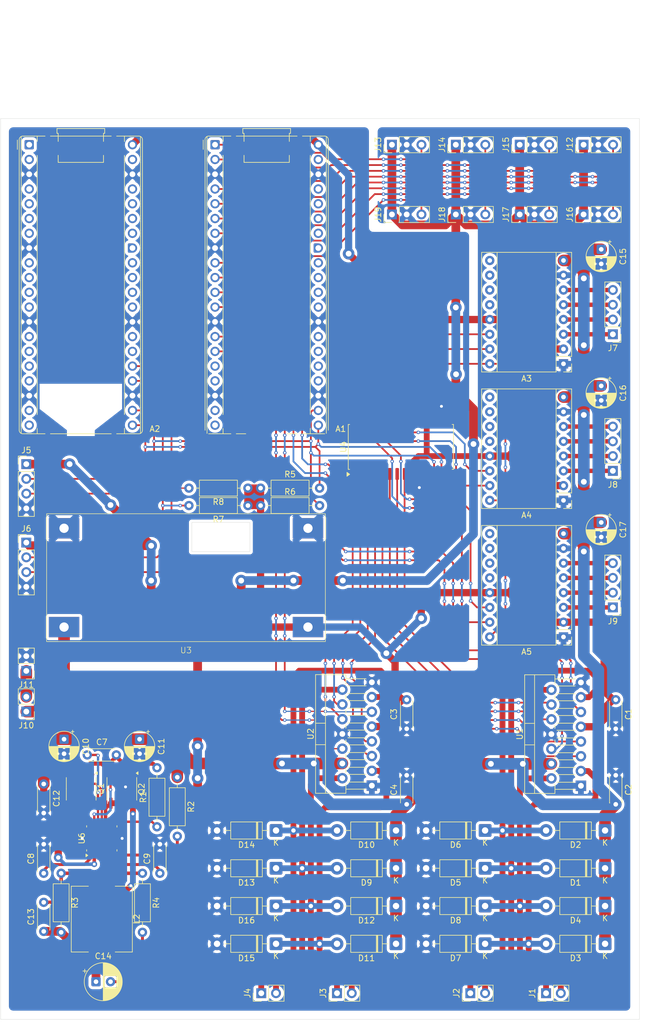
<source format=kicad_pcb>
(kicad_pcb (version 20241229) (generator "pcbnew") (generator_version "9.0")
  (layers (0 "F.Cu" signal) (2 "B.Cu" signal) (13 "F.Paste" user) (15 "B.Paste" user) (5 "F.SilkS" user "F.Silkscreen") (7 "B.SilkS" user "B.Silkscreen") (1 "F.Mask" user) (3 "B.Mask" user) (25 "Edge.Cuts" user))
  (net 0 "")
  (net 3 "I2C 0 SCL")
  (net 4 "Motor 2 Activation Pin")
  (net 5 "GNDPWR")
  (net 7 "Servo 3 PWM")
  (net 8 "Servo 8 PWM")
  (net 10 "Servo 2 PWM")
  (net 13 "+5VL")
  (net 14 "Servo 7 PWM")
  (net 16 "Servo 4 PWM")
  (net 18 "Servo 5 PWM")
  (net 20 "Motor 1 Activation Pin")
  (net 23 "Servo 1 PWM")
  (net 24 "Servo 6 PWM")
  (net 28 "Motor 3 Activation Pin")
  (net 30 "I2C 0 SDA")
  (net 33 "Motor 4 Activation Pin")
  (net 45 "I2C 1 SCL")
  (net 53 "I2C 1 SDA")
  (net 68 "Net-(A3-1A)")
  (net 69 "Net-(A3-1B)")
  (net 70 "Stepper 3 Sleep")
  (net 71 "Net-(A3-2A)")
  (net 72 "Steppers Dir")
  (net 73 "Stepper 3 Step")
  (net 74 "+12V")
  (net 75 "Net-(A3-2B)")
  (net 78 "Net-(A4-1B)")
  (net 80 "Stepper 1 Sleep")
  (net 81 "Net-(A4-2A)")
  (net 82 "Net-(A4-1A)")
  (net 85 "Net-(A4-2B)")
  (net 86 "Stepper 1 Step")
  (net 89 "Stepper 2 Sleep")
  (net 90 "Net-(A5-1B)")
  (net 91 "Net-(A5-1A)")
  (net 92 "Net-(A5-2A)")
  (net 93 "Stepper 2 Step")
  (net 96 "Net-(A5-2B)")
  (net 97 "Net-(U6-SW)")
  (net 98 "Net-(U6-BST)")
  (net 99 "Net-(U6-VCC)")
  (net 100 "Net-(U6-SS)")
  (net 101 "Net-(U6-FB)")
  (net 102 "+5VP")
  (net 103 "Net-(C14-Pad2)")
  (net 104 "Net-(D1-A)")
  (net 105 "Net-(D2-A)")
  (net 106 "Net-(D3-A)")
  (net 107 "Net-(D4-A)")
  (net 108 "Net-(D13-K)")
  (net 109 "Net-(D10-A)")
  (net 110 "Net-(D11-A)")
  (net 111 "Net-(D12-A)")
  (net 112 "Net-(J10-Pin_2)")
  (net 113 "Net-(Q1-G)")
  (net 114 "Net-(Q2-G)")
  (net 115 "Net-(U6-ILIM)")
  (net 116 "Net-(U6-RON)")
  (net 117 "Motor 1 Direction Pin 2")
  (net 118 "Motor 1 Direction Pin 1")
  (net 119 "Motor 2 Direction Pin 2")
  (net 120 "Motor 2 Direction Pin 1")
  (net 121 "Motor 4 Direction Pin 2")
  (net 122 "Motor 3 Direction Pin 1")
  (net 123 "Motor 3 Direction Pin 2")
  (net 124 "Motor 4 Direction Pin 1")
  (footprint "Connector_PinHeader_2.54mm:PinHeader_1x02_P2.54mm_Vertical" (layer "F.Cu") (at 235.5 218 90)
    (property "Reference" "J3")
    (property "Value" "Motor 2 Conn")
  )
  (footprint "Inductor_SMD:L_APV_APH1040" (layer "F.Cu") (at 195 205.25 -90)
    (property "Reference" "L2")
    (property "Value" "1.8uH")
  )
  (footprint "Capacitor_THT:C_Disc_D4.3mm_W1.9mm_P5.00mm" (layer "F.Cu") (at 185 197.3625 90)
    (property "Reference" "C8")
    (property "Value" "2.2uF")
  )
  (footprint "Module:Pololu_Breakout-16_15.2x20.3mm" (layer "F.Cu") (at 274.5 109.7 180)
    (property "Reference" "A3")
    (property "Value" "Pololu_Breakout_A4988")
  )
  (footprint "Package_SO:SOIC-8_3.9x4.9mm_P1.27mm" (layer "F.Cu") (at 198.45 182.8375 -90)
    (property "Reference" "Q2")
    (property "Value" "IRF8714PBF")
  )
  (footprint "Resistor_THT:R_Axial_DIN0207_L6.3mm_D2.5mm_P10.16mm_Horizontal" (layer "F.Cu") (at 208 180.84 -90)
    (property "Reference" "R2")
    (property "Value" "82.5kΩ")
  )
  (footprint "Diode_THT:D_DO-41_SOD81_P10.16mm_Horizontal" (layer "F.Cu") (at 281.66 209.5 180)
    (property "Reference" "D3")
    (property "Value" "1N4007")
  )
  (footprint "Connector_PinHeader_2.54mm:PinHeader_1x03_P2.54mm_Vertical" (layer "F.Cu") (at 277.96 72 90)
    (property "Reference" "J12")
    (property "Value" "Servo 4 Conn")
  )
  (footprint "Diode_THT:D_DO-41_SOD81_P10.16mm_Horizontal" (layer "F.Cu") (at 261 196.5 180)
    (property "Reference" "D5")
    (property "Value" "1N4007")
  )
  (footprint "Connector_PinHeader_2.54mm:PinHeader_1x04_P2.54mm_Vertical" (layer "F.Cu") (at 283 151.62 180)
    (property "Reference" "J9")
    (property "Value" "Stepper 3 Conn")
  )
  (footprint "Diode_THT:D_DO-41_SOD81_P10.16mm_Horizontal" (layer "F.Cu") (at 225 209.5 180)
    (property "Reference" "D15")
    (property "Value" "1N4007")
  )
  (footprint "Connector_PinHeader_2.54mm:PinHeader_1x04_P2.54mm_Vertical" (layer "F.Cu") (at 182 140.46)
    (property "Reference" "J6")
    (property "Value" "I2C 1 Conn")
  )
  (footprint "Module:RaspberryPi_Pico_Common_THT" (layer "F.Cu") (at 182.5 72)
    (property "Reference" "A2")
    (property "Value" "RaspberryPi_Pico_W")
  )
  (footprint "Connector_PinHeader_2.54mm:PinHeader_1x03_P2.54mm_Vertical" (layer "F.Cu") (at 244.96 72 90)
    (property "Reference" "J13")
    (property "Value" "Servo 1 Conn")
  )
  (footprint "Capacitor_THT:C_Disc_D4.3mm_W1.9mm_P5.00mm" (layer "F.Cu") (at 185 207.3625 90)
    (property "Reference" "C13")
    (property "Value" "120pF")
  )
  (footprint "Package_SO:HTSSOP-14-1EP_4.4x5mm_P0.65mm_EP3.4x5mm_Mask3x3.1mm" (layer "F.Cu") (at 195 191.3625 90)
    (property "Reference" "U6")
    (property "Value" "LM3150MH")
  )
  (footprint "Module:Pololu_Breakout-16_15.2x20.3mm" (layer "F.Cu") (at 274.5 133.2 180)
    (property "Reference" "A4")
    (property "Value" "Pololu_Breakout_A4988")
  )
  (footprint "Connector_PinHeader_2.54mm:PinHeader_1x03_P2.54mm_Vertical" (layer "F.Cu") (at 255.96 72 90)
    (property "Reference" "J14")
    (property "Value" "Servo 2 Conn")
  )
  (footprint "Connector_PinHeader_2.54mm:PinHeader_1x02_P2.54mm_Vertical" (layer "F.Cu") (at 258.46 218 90)
    (property "Reference" "J2")
    (property "Value" "Motor 1 Conn")
  )
  (footprint "Connector_PinHeader_2.54mm:PinHeader_1x02_P2.54mm_Vertical" (layer "F.Cu") (at 271.5 218 90)
    (property "Reference" "J1")
    (property "Value" "Motor 0 Conn")
  )
  (footprint "Capacitor_THT:C_Disc_D4.3mm_W1.9mm_P5.00mm" (layer "F.Cu") (at 283.5 180.5 -90)
    (property "Reference" "C2")
    (property "Value" "100nF")
  )
  (footprint "Diode_THT:D_DO-41_SOD81_P10.16mm_Horizontal" (layer "F.Cu") (at 261 203 180)
    (property "Reference" "D8")
    (property "Value" "1N4007")
  )
  (footprint "Capacitor_THT:CP_Radial_D5.0mm_P2.50mm" (layer "F.Cu") (at 281 137 -90)
    (property "Reference" "C17")
    (property "Value" "100uF")
  )
  (footprint "Capacitor_THT:CP_Radial_D5.0mm_P2.50mm" (layer "F.Cu") (at 281 113.5 -90)
    (property "Reference" "C16")
    (property "Value" "100uF")
  )
  (footprint "Diode_THT:D_DO-41_SOD81_P10.16mm_Horizontal" (layer "F.Cu") (at 245.66 203 180)
    (property "Reference" "D12")
    (property "Value" "1N4007")
  )
  (footprint "Diode_THT:D_DO-41_SOD81_P10.16mm_Horizontal" (layer "F.Cu") (at 261 209.5 180)
    (property "Reference" "D7")
    (property "Value" "1N4007")
  )
  (footprint "LM2596S-Module:LM2596S-Module" (layer "F.Cu") (at 209.5 146.5)
    (property "Reference" "U3")
    (property "Value" "~")
    (fp_rect (start 1 -9.5) (end 11 -4.5) (stroke (width 0.05)) (fill no) (layer "Edge.Cuts"))
  )
  (footprint "Diode_THT:D_DO-41_SOD81_P10.16mm_Horizontal" (layer "F.Cu") (at 281.66 190 180)
    (property "Reference" "D2")
    (property "Value" "1N4007")
  )
  (footprint "Package_SO:SOIC-8_3.9x4.9mm_P1.27mm" (layer "F.Cu") (at 191.45 182.8375 -90)
    (property "Reference" "Q1")
    (property "Value" "IRF8714PBF")
  )
  (footprint "Capacitor_THT:CP_Radial_D5.0mm_P2.50mm" (layer "F.Cu") (at 281 90 -90)
    (property "Reference" "C15")
    (property "Value" "100uF")
  )
  (footprint "Connector_PinHeader_2.54mm:PinHeader_1x03_P2.54mm_Vertical" (layer "F.Cu") (at 255.96 84 90)
    (property "Reference" "J18")
    (property "Value" "Servo 7 Conn")
  )
  (footprint "Connector_PinHeader_2.54mm:PinHeader_1x03_P2.54mm_Vertical" (layer "F.Cu") (at 277.96 84 90)
    (property "Reference" "J16")
    (property "Value" "Servo 5 Conn")
  )
  (footprint "Capacitor_THT:CP_Radial_D5.0mm_P2.50mm" (layer "F.Cu") (at 201.5 174.294888 -90)
    (property "Reference" "C11")
    (property "Value" "10uF")
  )
  (footprint "Capacitor_THT:C_Disc_D4.3mm_W1.9mm_P5.00mm" (layer "F.Cu") (at 247.5 172.5 90)
    (property "Reference" "C3")
    (property "Value" "100nF")
  )
  (footprint "Module:RaspberryPi_Pico_Common_THT" (layer "F.Cu") (at 214.5 72)
    (property "Reference" "A1")
    (property "Value" "RaspberryPi_Pico")
  )
  (footprint "Diode_THT:D_DO-41_SOD81_P10.16mm_Horizontal" (layer "F.Cu") (at 245.66 190 180)
    (property "Reference" "D10")
    (property "Value" "1N4007")
  )
  (footprint "Connector_PinHeader_2.54mm:PinHeader_1x03_P2.54mm_Vertical" (layer "F.Cu") (at 266.96 72 90)
    (property "Reference" "J15")
    (property "Value" "Servo 3 Conn")
  )
  (footprint "Resistor_THT:R_Axial_DIN0207_L6.3mm_D2.5mm_P10.16mm_Horizontal" (layer "F.Cu") (at 222.34 131.09)
    (property "Reference" "R5")
    (property "Value" "4.7kΩ")
  )
  (footprint "Connector_PinHeader_2.54mm:PinHeader_1x02_P2.54mm_Vertical" (layer "F.Cu") (at 182 162.54 180)
    (property "Reference" "J11")
    (property "Value" "BAU")
  )
  (footprint "Diode_THT:D_DO-41_SOD81_P10.16mm_Horizontal" (layer "F.Cu") (at 225 203 180)
    (property "Reference" "D16")
    (property "Value" "1N4007")
  )
  (footprint "Capacitor_THT:C_Disc_D4.3mm_W1.9mm_P5.00mm" (layer "F.Cu") (at 185 182 -90)
    (property "Reference" "C12")
    (property "Value" "100nF")
  )
  (footprint "Capacitor_THT:C_Disc_D4.3mm_W1.9mm_P5.00mm" (layer "F.Cu") (at 283.5 167.5 -90)
    (property "Reference" "C1")
    (property "Value" "100nF")
  )
  (footprint "Package_SO:SOIC-28W_7.5x17.9mm_P1.27mm" (layer "F.Cu") (at 246.5 124 90)
    (property "Reference" "U4")
    (property "Value" "MCP23017_SO")
  )
  (footprint "Diode_THT:D_DO-41_SOD81_P10.16mm_Horizontal" (layer "F.Cu") (at 281.66 203 180)
    (property "Reference" "D4")
    (property "Value" "1N4007")
  )
  (footprint "Module:Pololu_Breakout-16_15.2x20.3mm" (layer "F.Cu") (at 274.5 156.7 180)
    (property "Reference" "A5")
    (property "Value" "Pololu_Breakout_A4988")
  )
  (footprint "Connector_PinHeader_2.54mm:PinHeader_1x03_P2.54mm_Vertical" (layer "F.Cu") (at 266.96 84 90)
    (property "Reference" "J17")
    (property "Value" "Servo 6 Conn")
  )
  (footprint "Capacitor_THT:C_Disc_D4.3mm_W1.9mm_P5.00mm" (layer "F.Cu") (at 192.5 177)
    (property "Reference" "C7")
    (property "Value" "470nF")
  )
  (footprint "Diode_THT:D_DO-41_SOD81_P10.16mm_Horizontal" (layer "F.Cu") (at 281.66 196.5 180)
    (property "Reference" "D1")
    (property "Value" "1N4007")
  )
  (footprint "Resistor_THT:R_Axial_DIN0207_L6.3mm_D2.5mm_P10.16mm_Horizontal" (layer "F.Cu") (at 222.34 134.09)
    (property "Reference" "R6")
    (property "Value" "4.7kΩ")
  )
  (footprint "Diode_THT:D_DO-41_SOD81_P10.16mm_Horizontal" (layer "F.Cu") (at 245.66 196.5 180)
    (property "Reference" "D9")
    (property "Value" "1N4007")
  )
  (footprint "Resistor_THT:R_Axial_DIN0207_L6.3mm_D2.5mm_P10.16mm_Horizontal" (layer "F.Cu") (at 220.16 134.09 180)
    (property "Reference" "R7")
    (property "Value" "4.7kΩ")
  )
  (footprint "Resistor_THT:R_Axial_DIN0207_L6.3mm_D2.5mm_P10.16mm_Horizontal" (layer "F.Cu") (at 202 197.3625 -90)
    (property "Reference" "R4")
    (property "Value" "10kΩ")
  )
  (footprint "Capacitor_THT:CP_Radial_D6.3mm_P2.50mm" (layer "F.Cu") (at 194 216.0225)
    (property "Reference" "C14")
    (property "Value" "120uF")
  )
  (footprint "Package_TO_SOT_THT:TO-220-15_P2.54x5.08mm_StaggerOdd_Lead4.58mm_Vertical" (layer "F.Cu") (at 277.5 182.31 90)
    (property "Reference" "U1")
    (property "Value" "L298HN")
  )
  (footprint "Capacitor_THT:C_Disc_D4.3mm_W1.9mm_P5.00mm" (layer "F.Cu") (at 247.5 185.5 90)
    (property "Reference" "C4")
    (property "Value" "100nF")
  )
  (footprint "Resistor_THT:R_Axial_DIN0207_L6.3mm_D2.5mm_P10.16mm_Horizontal" (layer "F.Cu") (at 188 197.3625 -90)
    (property "Reference" "R3")
    (property "Value" "73.2kΩ")
  )
  (footprint "Capacitor_THT:C_Disc_D4.3mm_W1.9mm_P5.00mm" (layer "F.Cu") (at 205 197.3625 90)
    (property "Reference" "C9")
    (property "Value" "15nF")
  )
  (footprint "Connector_PinHeader_2.54mm:PinHeader_1x04_P2.54mm_Vertical" (layer "F.Cu") (at 182 126.96)
    (property "Reference" "J5")
    (property "Value" "I2C 0 Conn")
  )
  (footprint "Diode_THT:D_DO-41_SOD81_P10.16mm_Horizontal" (layer "F.Cu") (at 245.66 209.5 180)
    (property "Reference" "D11")
    (property "Value" "1N4007")
  )
  (footprint "Resistor_THT:R_Axial_DIN0207_L6.3mm_D2.5mm_P10.16mm_Horizontal" (layer "F.Cu") (at 220.16 131.09 180)
    (property "Reference" "R8")
    (property "Value" "4.7kΩ")
  )
  (footprint "Connector_PinHeader_2.54mm:PinHeader_1x03_P2.54mm_Vertical" (layer "F.Cu") (at 244.96 84 90)
    (property "Reference" "J19")
    (property "Value" "Servo 8 Conn")
  )
  (footprint "Package_TO_SOT_THT:TO-220-15_P2.54x5.08mm_StaggerOdd_Lead4.58mm_Vertical" (layer "F.Cu") (at 241.5 182.28 90)
    (property "Reference" "U2")
    (property "Value" "L298HN")
  )
  (footprint "Diode_THT:D_DO-41_SOD81_P10.16mm_Horizontal" (layer "F.Cu") (at 261 190 180)
    (property "Reference" "D6")
    (property "Value" "1N4007")
  )
  (footprint "Connector_PinHeader_2.54mm:PinHeader_1x04_P2.54mm_Vertical" (layer "F.Cu") (at 283 128.12 180)
    (property "Reference" "J8")
    (property "Value" "Stepper 2 Conn")
  )
  (footprint "Diode_THT:D_DO-41_SOD81_P10.16mm_Horizontal" (layer "F.Cu") (at 225 190 180)
    (property "Reference" "D14")
    (property "Value" "1N4007")
  )
  (footprint "Connector_PinHeader_2.54mm:PinHeader_1x02_P2.54mm_Vertical" (layer "F.Cu") (at 222.46 218 90)
    (property "Reference" "J4")
    (property "Value" "Motor 3 Conn")
  )
  (footprint "Connector_PinHeader_2.54mm:PinHeader_1x04_P2.54mm_Vertical" (layer "F.Cu") (at 283 104.62 180)
    (property "Reference" "J7")
    (property "Value" "Stepper 1 Conn")
  )
  (footprint "Capacitor_THT:CP_Radial_D5.0mm_P2.50mm" (layer "F.Cu") (at 188.5 174.294888 -90)
    (property "Reference" "C10")
    (property "Value" "10uF")
  )
  (footprint "Diode_THT:D_DO-41_SOD81_P10.16mm_Horizontal" (layer "F.Cu") (at 225 196.5 180)
    (property "Reference" "D13")
    (property "Value" "1N4007")
  )
  (footprint "Resistor_THT:R_Axial_DIN0207_L6.3mm_D2.5mm_P10.16mm_Horizontal" (layer "F.Cu") (at 204.5 189.3625 90)
    (property "Reference" "R1")
    (property "Value" "665Ω")
  )
  (footprint "Connector_PinHeader_2.54mm:PinHeader_1x02_P2.54mm_Vertical" (layer "F.Cu") (at 182 169.54 180)
    (property "Reference" "J10")
    (property "Value" "12V Battery")
  )
  (gr_arc (start 259 85.25) (mid 259.707107 85.542893) (end 260 86.25) (stroke (width 0.5)) (layer "B.Cu") (net 5))
  (gr_arc (start 260 161.75) (mid 259.707107 162.457107) (end 259 162.75) (stroke (width 0.5)) (layer "B.Cu") (net 5))
  (gr_arc (start 189.75 162.75) (mid 188.75 161.75) (end 189.75 160.75) (stroke (width 0.5)) (layer "B.Cu") (net 5))
  (gr_arc (start 241.75 87.25) (mid 241.042893 86.957107) (end 240.75 86.25) (stroke (width 0.5)) (layer "B.Cu") (net 5))
  (gr_rect (start 177.58 67.5) (end 287.58 222.5) (stroke (width 0.05)) (fill no) (layer "Edge.Cuts"))
  (segment (start 231.28 117.72) (end 232.28 117.72) (width 0.3) (layer "F.Cu") (net 3))
  (segment (start 231 123) (end 231 118) (width 0.3) (layer "F.Cu") (net 3))
  (segment (start 204 131) (end 202.96 132.04) (width 0.3) (layer "F.Cu") (net 3))
  (segment (start 252.215 128.65) (end 252.215 126.58) (width 0.3) (layer "F.Cu") (net 3))
  (segment (start 203.22 117.72) (end 200.28 117.72) (width 0.3) (layer "F.Cu") (net 3))
  (segment (start 204 123) (end 204 118.5) (width 0.3) (layer "F.Cu") (net 3))
  (segment (start 231 132.59) (end 232.5 134.09) (width 0.3) (layer "F.Cu") (net 3))
  (segment (start 202.96 132.04) (end 182 132.04) (width 0.3) (layer "F.Cu") (net 3))
  (segment (start 231 125) (end 231 132.59) (width 0.3) (layer "F.Cu") (net 3))
  (segment (start 204 118.5) (end 203.22 117.72) (width 0.3) (layer "F.Cu") (net 3))
  (segment (start 204 123) (end 204 131) (width 0.3) (layer "F.Cu") (net 3))
  (segment (start 231 118) (end 231.28 117.72) (width 0.3) (layer "F.Cu") (net 3))
  (segment (start 231 123) (end 208.5 123) (width 0.3) (layer "F.Cu") (net 3))
  (via (at 208.5 123) (size 0.6) (drill 0.3) (layers "F.Cu" "B.Cu") (net 3))
  (via (at 204 123) (size 0.6) (drill 0.3) (layers "F.Cu" "B.Cu") (net 3))
  (via (at 231 123) (size 0.6) (drill 0.3) (layers "F.Cu" "B.Cu") (net 3))
  (via (at 252.215 126.58) (size 0.6) (drill 0.3) (layers "F.Cu" "B.Cu") (net 3))
  (via (at 231 125) (size 0.6) (drill 0.3) (layers "F.Cu" "B.Cu") (net 3))
  (segment (start 231.5 125.5) (end 231 125) (width 0.3) (layer "B.Cu") (net 3))
  (segment (start 252.215 126.58) (end 251.135 125.5) (width 0.3) (layer "B.Cu") (net 3))
  (segment (start 251.135 125.5) (end 231.5 125.5) (width 0.3) (layer "B.Cu") (net 3))
  (segment (start 204 123) (end 208.5 123) (width 0.3) (layer "B.Cu") (net 3))
  (segment (start 231 125) (end 231 123) (width 0.3) (layer "B.Cu") (net 3))
  (segment (start 236 129) (end 234 127) (width 0.3) (layer "F.Cu") (net 4))
  (segment (start 255.5 147.5) (end 255.5 144) (width 0.3) (layer "F.Cu") (net 4))
  (segment (start 275.75 161.25) (end 275.75 160.75) (width 0.3) (layer "F.Cu") (net 4))
  (segment (start 255.5 144) (end 253.5 142) (width 0.3) (layer "F.Cu") (net 4))
  (segment (start 255.5 158) (end 255.5 150.5) (width 0.3) (layer "F.Cu") (net 4))
  (segment (start 275.75 160.75) (end 274 159) (width 0.3) (layer "F.Cu") (net 4))
  (segment (start 236 141) (end 236 129) (width 0.3) (layer "F.Cu") (net 4))
  (segment (start 237 142) (end 236 141) (width 0.3) (layer "F.Cu") (net 4))
  (segment (start 274 159) (end 256.5 159) (width 0.3) (layer "F.Cu") (net 4))
  (segment (start 229.5 122) (end 229.5 99.5) (width 0.3) (layer "F.Cu") (net 4))
  (segment (start 253.5 142) (end 248 142) (width 0.3) (layer "F.Cu") (net 4))
  (segment (start 256.5 159) (end 255.5 158) (width 0.3) (layer "F.Cu") (net 4))
  (segment (start 275.75 163.75) (end 275.75 167.86) (width 0.3) (layer "F.Cu") (net 4))
  (segment (start 275.75 167.86) (end 277.5 169.61) (width 0.3) (layer "F.Cu") (net 4))
  (segment (start 227.4 97.4) (end 214.5 97.4) (width 0.3) (layer "F.Cu") (net 4))
  (segment (start 229.5 99.5) (end 227.4 97.4) (width 0.3) (layer "F.Cu") (net 4))
  (segment (start 234 127) (end 233.5 127) (width 0.3) (layer "F.Cu") (net 4))
  (via (at 233.5 127) (size 0.6) (drill 0.3) (layers "F.Cu" "B.Cu") (net 4))
  (via (at 229.5 122) (size 0.6) (drill 0.3) (layers "F.Cu" "B.Cu") (net 4))
  (via (at 255.5 147.5) (size 0.6) (drill 0.3) (layers "F.Cu" "B.Cu") (net 4))
  (via (at 275.75 161.25) (size 0.6) (drill 0.3) (layers "F.Cu" "B.Cu") (net 4))
  (via (at 275.75 163.75) (size 0.6) (drill 0.3) (layers "F.Cu" "B.Cu") (net 4))
  (via (at 237 142) (size 0.6) (drill 0.3) (layers "F.Cu" "B.Cu") (net 4))
  (via (at 248 142) (size 0.6) (drill 0.3) (layers "F.Cu" "B.Cu") (net 4))
  (via (at 255.5 150.5) (size 0.6) (drill 0.3) (layers "F.Cu" "B.Cu") (net 4))
  (segment (start 229.5 126) (end 230.5 127) (width 0.3) (layer "B.Cu") (net 4))
  (segment (start 229.5 122) (end 229.5 126) (width 0.3) (layer "B.Cu") (net 4))
  (segment (start 230.5 127) (end 233.5 127) (width 0.3) (layer "B.Cu") (net 4))
  (segment (start 255.5 150.5) (end 255.5 147.5) (width 0.3) (layer "B.Cu") (net 4))
  (segment (start 275.75 161.25) (end 275.75 163.75) (width 0.3) (layer "B.Cu") (net 4))
  (segment (start 237 142) (end 248 142) (width 0.3) (layer "B.Cu") (net 4))
  (segment (start 195.65 192.0125) (end 195 191.3625) (width 0.5) (layer "F.Cu") (net 5))
  (segment (start 199.085 180.3625) (end 197.815 180.3625) (width 1) (layer "F.Cu") (net 5))
  (segment (start 196.3 190.0625) (end 195 191.3625) (width 0.5) (layer "F.Cu") (net 5))
  (segment (start 195 191.3625) (end 194.3625 191.3625) (width 0.5) (layer "F.Cu") (net 5))
  (segment (start 193.05 190.05) (end 193.05 188.5) (width 0.5) (layer "F.Cu") (net 5))
  (segment (start 195 191.3625) (end 191.6375 191.3625) (width 1) (layer "F.Cu") (net 5))
  (segment (start 196.3 188.5) (end 196.3 190.0625) (width 0.5) (layer "F.Cu") (net 5))
  (segment (start 200.355 180.3625) (end 199.085 180.3625) (width 1) (layer "F.Cu") (net 5))
  (segment (start 249.675 128.65) (end 249.675 131) (width 1) (layer "F.Cu") (net 5))
  (segment (start 195.65 194.225) (end 195.65 192.0125) (width 0.5) (layer "F.Cu") (net 5))
  (segment (start 253.485 119.35) (end 252.215 119.35) (width 0.6) (layer "F.Cu") (net 5))
  (segment (start 254.755 119.35) (end 253.485 119.35) (width 0.6) (layer "F.Cu") (net 5))
  (segment (start 195 191.3625) (end 198.5 191.3625) (width 1) (layer "F.Cu") (net 5))
  (segment (start 194.3625 191.3625) (end 193.05 190.05) (width 0.5) (layer "F.Cu") (net 5))
  (segment (start 253.485 119.35) (end 253.485 117.015) (width 0.6) (layer "F.Cu") (net 5))
  (segment (start 199.085 182.5) (end 199.085 180.3625) (width 1) (layer "F.Cu") (net 5))
  (via (at 198.5 191.3625) (size 1) (drill 0.5) (layers "F.Cu" "B.Cu") (net 5))
  (via (at 191.6375 191.3625) (size 1) (drill 0.5) (layers "F.Cu" "B.Cu") (net 5))
  (via (at 199.085 182.5) (size 1) (drill 0.5) (layers "F.Cu" "B.Cu") (net 5))
  (via (at 253.485 117.015) (size 1) (drill 0.5) (layers "F.Cu" "B.Cu") (net 5))
  (via (at 249.675 131) (size 1) (drill 0.5) (layers "F.Cu" "B.Cu") (net 5))
  (segment (start 222.616 79.62) (end 214.5 79.62) (width 0.3) (layer "F.Cu") (net 7))
  (segment (start 243.5 76.5) (end 236 76.5) (width 0.3) (layer "F.Cu") (net 7))
  (segment (start 265.5 76.5) (end 257.5 76.5) (width 0.3) (layer "F.Cu") (net 7))
  (segment (start 224 78.236) (end 222.616 79.62) (width 0.3) (layer "F.Cu") (net 7))
  (segment (start 272.04 75.46) (end 271 76.5) (width 0.3) (layer "F.Cu") (net 7))
  (segment (start 234.264 78.236) (end 224 78.236) (width 0.3) (layer "F.Cu") (net 7))
  (segment (start 254.5 76.5) (end 246.5 76.5) (width 0.3) (layer "F.Cu") (net 7))
  (segment (start 271 76.5) (end 268.5 76.5) (width 0.3) (layer "F.Cu") (net 7))
  (segment (start 272.04 72) (end 272.04 75.46) (width 0.3) (layer "F.Cu") (net 7))
  (segment (start 236 76.5) (end 234.264 78.236) (width 0.3) (layer "F.Cu") (net 7))
  (via (at 254.5 76.5) (size 0.6) (drill 0.3) (layers "F.Cu" "B.Cu") (net 7))
  (via (at 268.5 76.5) (size 0.6) (drill 0.3) (layers "F.Cu" "B.Cu") (net 7))
  (via (at 257.5 76.5) (size 0.6) (drill 0.3) (layers "F.Cu" "B.Cu") (net 7))
  (via (at 243.5 76.5) (size 0.6) (drill 0.3) (layers "F.Cu" "B.Cu") (net 7))
  (via (at 265.5 76.5) (size 0.6) (drill 0.3) (layers "F.Cu" "B.Cu") (net 7))
  (via (at 246.5 76.5) (size 0.6) (drill 0.3) (layers "F.Cu" "B.Cu") (net 7))
  (segment (start 246.5 76.5) (end 243.5 76.5) (width 0.3) (layer "B.Cu") (net 7))
  (segment (start 268.5 76.5) (end 265.5 76.5) (width 0.3) (layer "B.Cu") (net 7))
  (segment (start 257.5 76.5) (end 254.5 76.5) (width 0.3) (layer "B.Cu") (net 7))
  (segment (start 250.04 82.54) (end 250.04 84) (width 0.3) (layer "F.Cu") (net 8))
  (segment (start 233.831 91.169) (end 224 91.169) (width 0.3) (layer "F.Cu") (net 8))
  (segment (start 246.5 81.5) (end 249 81.5) (width 0.3) (layer "F.Cu") (net 8))
  (segment (start 220.309 94.86) (end 214.5 94.86) (width 0.3) (layer "F.Cu") (net 8))
  (segment (start 224 91.169) (end 220.309 94.86) (width 0.3) (layer "F.Cu") (net 8))
  (segment (start 249 81.5) (end 250.04 82.54) (width 0.3) (layer "F.Cu") (net 8))
  (segment (start 243.5 81.5) (end 233.831 91.169) (width 0.3) (layer "F.Cu") (net 8))
  (via (at 246.5 81.5) (size 0.6) (drill 0.3) (layers "F.Cu" "B.Cu") (net 8))
  (via (at 243.5 81.5) (size 0.6) (drill 0.3) (layers "F.Cu" "B.Cu") (net 8))
  (segment (start 246.5 81.5) (end 243.5 81.5) (width 0.3) (layer "B.Cu") (net 8))
  (segment (start 234.5 75.5) (end 234.076 75.924) (width 0.3) (layer "F.Cu") (net 10))
  (segment (start 243.5 75.5) (end 234.5 75.5) (width 0.3) (layer "F.Cu") (net 10))
  (segment (start 222.54 74.54) (end 214.5 74.54) (width 0.3) (layer "F.Cu") (net 10))
  (segment (start 254.5 75.5) (end 246.5 75.5) (width 0.3) (layer "F.Cu") (net 10))
  (segment (start 260 75.5) (end 261.04 74.46) (width 0.3) (layer "F.Cu") (net 10))
  (segment (start 223.924 75.924) (end 222.54 74.54) (width 0.3) (layer "F.Cu") (net 10))
  (segment (start 261.04 74.46) (end 261.04 72) (width 0.3) (layer "F.Cu") (net 10))
  (segment (start 257.5 75.5) (end 260 75.5) (width 0.3) (layer "F.Cu") (net 10))
  (segment (start 234.076 75.924) (end 223.924 75.924) (width 0.3) (layer "F.Cu") (net 10))
  (via (at 254.5 75.5) (size 0.6) (drill 0.3) (layers "F.Cu" "B.Cu") (net 10))
  (via (at 243.5 75.5) (size 0.6) (drill 0.3) (layers "F.Cu" "B.Cu") (net 10))
  (via (at 257.5 75.5) (size 0.6) (drill 0.3) (layers "F.Cu" "B.Cu") (net 10))
  (via (at 246.5 75.5) (size 0.6) (drill 0.3) (layers "F.Cu" "B.Cu") (net 10))
  (segment (start 246.5 75.5) (end 243.5 75.5) (width 0.3) (layer "B.Cu") (net 10))
  (segment (start 257.5 75.5) (end 254.5 75.5) (width 0.3) (layer "B.Cu") (net 10))
  (segment (start 250 152) (end 252.92 149.08) (width 1.25) (layer "F.Cu") (net 13))
  (segment (start 245.5 166.28) (end 246.72 167.5) (width 1.25) (layer "F.Cu") (net 13))
  (segment (start 265.08 149.08) (end 270.16 144) (width 1.25) (layer "F.Cu") (net 13))
  (segment (start 222.34 134.09) (end 222.34 131.09) (width 1.25) (layer "F.Cu") (net 13))
  (segment (start 274.5 130.66) (end 270.16 130.66) (width 1.25) (layer "F.Cu") (net 13))
  (segment (start 245.5 171) (end 244.38 172.12) (width 1.25) (layer "F.Cu") (net 13))
  (segment (start 270.16 154.16) (end 265.08 149.08) (width 1.25) (layer "F.Cu") (net 13))
  (segment (start 244.38 172.12) (end 241.5 172.12) (width 1.25) (layer "F.Cu") (net 13))
  (segment (start 280.2 172.15) (end 281.5 170.85) (width 1.25) (layer "F.Cu") (net 13))
  (segment (start 222.34 131.09) (end 222.34 131.91) (width 1.25) (layer "F.Cu") (net 13))
  (segment (start 250.945 119.35) (end 250.945 125.58) (width 1) (layer "F.Cu") (net 13))
  (segment (start 261.8 102.08) (end 265.08 102.08) (width 1.25) (layer "F.Cu") (net 13))
  (segment (start 283 167.5) (end 283.5 167.5) (width 1.25) (layer "F.Cu") (net 13))
  (segment (start 270.16 120.5) (end 265.08 125.58) (width 1.25) (layer "F.Cu") (net 13))
  (segment (start 220.16 134.09) (end 220.16 131.09) (width 1.25) (layer "F.Cu") (net 13))
  (segment (start 230.5 155) (end 223 155) (width 1.25) (layer "F.Cu") (net 13))
  (segment (start 270.16 130.66) (end 265.08 125.58) (width 1.25) (layer "F.Cu") (net 13))
  (segment (start 265.08 149.08) (end 261.8 149.08) (width 1.25) (layer "F.Cu") (net 13))
  (segment (start 274.5 154.16) (end 280.16 154.16) (width 1.25) (layer "F.Cu") (net 13))
  (segment (start 245.5 168.72) (end 245.5 171) (width 1.25) (layer "F.Cu") (net 13))
  (segment (start 252.92 149.08) (end 261.8 149.08) (width 1.25) (layer "F.Cu") (net 13))
  (segment (start 245.5 161) (end 245.5 166.28) (width 1.25) (layer "F.Cu") (net 13))
  (segment (start 232.28 72) (end 230.28 70) (width 1.25) (layer "F.Cu") (net 13))
  (segment (start 222.34 134.09) (end 220.16 134.09) (width 1.25) (layer "F.Cu") (net 13))
  (segment (start 248.83 102.08) (end 261.8 102.08) (width 1.25) (layer "F.Cu") (net 13))
  (segment (start 202.28 70) (end 200.28 72) (width 1.25) (layer "F.Cu") (net 13))
  (segment (start 277.34 172.15) (end 280.2 172.15) (width 1.25) (layer "F.Cu") (net 13))
  (segment (start 270.16 130.66) (end 270.16 144) (width 1.25) (layer "F.Cu") (net 13))
  (segment (start 249.515 125.58) (end 248.405 126.69) (width 1) (layer "F.Cu") (net 13))
  (segment (start 248.405 126.69) (end 248.405 128.65) (width 1) (layer "F.Cu") (net 13))
  (segment (start 281.5 166) (end 283 167.5) (width 1.25) (layer "F.Cu") (net 13))
  (segment (start 265.08 125.58) (end 261.8 125.58) (width 1.25) (layer "F.Cu") (net 13))
  (segment (start 250 153.5) (end 250 152) (width 1.25) (layer "F.Cu") (net 13))
  (segment (start 280.16 154.16) (end 281.5 155.5) (width 1.25) (layer "F.Cu") (net 13))
  (segment (start 246.72 167.5) (end 245.5 168.72) (width 1.25) (layer "F.Cu") (net 13))
  (segment (start 270.16 107.16) (end 270.16 120.5) (width 1.25) (layer "F.Cu") (net 13))
  (segment (start 220.16 131.09) (end 222.34 131.09) (width 1.25) (layer "F.Cu") (net 13))
  (segment (start 270.16 107.16) (end 274.5 107.16) (width 1.25) (layer "F.Cu") (net 13))
  (segment (start 223 155) (end 222.34 154.34) (width 1.25) (layer "F.Cu") (net 13))
  (segment (start 222.34 131.91) (end 220.16 134.09) (width 1.25) (layer "F.Cu") (net 13))
  (segment (start 222.34 133.27) (end 220.16 131.09) (width 1.25) (layer "F.Cu") (net 13))
  (segment (start 261.8 125.58) (end 249.515 125.58) (width 1) (layer "F.Cu") (net 13))
  (segment (start 237.5 90.75) (end 248.83 102.08) (width 1.25) (layer "F.Cu") (net 13))
  (segment (start 222.34 134.09) (end 222.34 133.27) (width 1.25) (layer "F.Cu") (net 13))
  (segment (start 274.5 154.16) (end 270.16 154.16) (width 1.25) (layer "F.Cu") (net 13))
  (segment (start 281.5 170.85) (end 281.5 169) (width 1.25) (layer "F.Cu") (net 13))
  (segment (start 281.5 155.5) (end 281.5 166) (width 1.25) (layer "F.Cu") (net 13))
  (segment (start 222.34 154.34) (end 222.34 134.09) (width 1.25) (layer "F.Cu") (net 13))
  (segment (start 246.72 167.5) (end 247.5 167.5) (width 1.25) (layer "F.Cu") (net 13))
  (segment (start 244 159.5) (end 245.5 161) (width 1.25) (layer "F.Cu") (net 13))
  (segment (start 230.28 70) (end 202.28 70) (width 1.25) (layer "F.Cu") (net 13))
  (segment (start 265.08 102.08) (end 270.16 107.16) (width 1.25) (layer "F.Cu") (net 13))
  (segment (start 281.5 169) (end 283 167.5) (width 1.25) (layer "F.Cu") (net 13))
  (via (at 237.5 90.75) (size 2) (drill 1) (layers "F.Cu" "B.Cu") (net 13))
  (via (at 244 159.5) (size 2) (drill 1) (layers "F.Cu" "B.Cu") (net 13))
  (via (at 250 153.5) (size 2) (drill 1) (layers "F.Cu" "B.Cu") (net 13))
  (segment (start 244 159.5) (end 239.5 155) (width 1.25) (layer "B.Cu") (net 13))
  (segment (start 250 153.5) (end 244 159.5) (width 1.25) (layer "B.Cu") (net 13))
  (segment (start 237.5 90.75) (end 237.5 77.22) (width 1.25) (layer "B.Cu") (net 13))
  (segment (start 237.5 77.22) (end 232.28 72) (width 1.25) (layer "B.Cu") (net 13))
  (segment (start 239.5 155) (end 230.5 155) (width 1.25) (layer "B.Cu") (net 13))
  (segment (start 220.18 92.32) (end 214.5 92.32) (width 0.3) (layer "F.Cu") (net 14))
  (segment (start 234 88.5) (end 224 88.5) (width 0.3) (layer "F.Cu") (net 14))
  (segment (start 261.04 81.54) (end 261.04 84) (width 0.3) (layer "F.Cu") (net 14))
  (segment (start 260 80.5) (end 261.04 81.54) (width 0.3) (layer "F.Cu") (net 14))
  (segment (start 242 80.5) (end 234 88.5) (width 0.3) (layer "F.Cu") (net 14))
  (segment (start 254.5 80.5) (end 246.5 80.5) (width 0.3) (layer "F.Cu") (net 14))
  (segment (start 243.5 80.5) (end 242 80.5) (width 0.3) (layer "F.Cu") (net 14))
  (segment (start 257.5 80.5) (end 260 80.5) (width 0.3) (layer "F.Cu") (net 14))
  (segment (start 224 88.5) (end 220.18 92.32) (width 0.3) (layer "F.Cu") (net 14))
  (via (at 246.5 80.5) (size 0.6) (drill 0.3) (layers "F.Cu" "B.Cu") (net 14))
  (via (at 257.5 80.5) (size 0.6) (drill 0.3) (layers "F.Cu" "B.Cu") (net 14))
  (via (at 243.5 80.5) (size 0.6) (drill 0.3) (layers "F.Cu" "B.Cu") (net 14))
  (via (at 254.5 80.5) (size 0.6) (drill 0.3) (layers "F.Cu" "B.Cu") (net 14))
  (segment (start 257.5 80.5) (end 254.5 80.5) (width 0.3) (layer "B.Cu") (net 14))
  (segment (start 246.5 80.5) (end 243.5 80.5) (width 0.3) (layer "B.Cu") (net 14))
  (segment (start 222.84 82.16) (end 214.5 82.16) (width 0.3) (layer "F.Cu") (net 16))
  (segment (start 257.5 77.5) (end 258 77.5) (width 0.3) (layer "F.Cu") (net 16))
  (segment (start 243.5 77.5) (end 237.5 77.5) (width 0.3) (layer "F.Cu") (net 16))
  (segment (start 279.5 77.5) (end 282 77.5) (width 0.3) (layer "F.Cu") (net 16))
  (segment (start 224 81) (end 222.84 82.16) (width 0.3) (layer "F.Cu") (net 16))
  (segment (start 237.5 77.5) (end 234 81) (width 0.3) (layer "F.Cu") (net 16))
  (segment (start 283.04 76.46) (end 283.04 72) (width 0.3) (layer "F.Cu") (net 16))
  (segment (start 276.5 77.5) (end 268.5 77.5) (width 0.3) (layer "F.Cu") (net 16))
  (segment (start 265.5 77.5) (end 257.5 77.5) (width 0.3) (layer "F.Cu") (net 16))
  (segment (start 254.5 77.5) (end 246.5 77.5) (width 0.3) (layer "F.Cu") (net 16))
  (segment (start 234 81) (end 224 81) (width 0.3) (layer "F.Cu") (net 16))
  (segment (start 282 77.5) (end 283.04 76.46) (width 0.3) (layer "F.Cu") (net 16))
  (via (at 268.5 77.5) (size 0.6) (drill 0.3) (layers "F.Cu" "B.Cu") (net 16))
  (via (at 276.5 77.5) (size 0.6) (drill 0.3) (layers "F.Cu" "B.Cu") (net 16))
  (via (at 279.5 77.5) (size 0.6) (drill 0.3) (layers "F.Cu" "B.Cu") (net 16))
  (via (at 243.5 77.5) (size 0.6) (drill 0.3) (layers "F.Cu" "B.Cu") (net 16))
  (via (at 257.5 77.5) (size 0.6) (drill 0.3) (layers "F.Cu" "B.Cu") (net 16))
  (via (at 254.5 77.5) (size 0.6) (drill 0.3) (layers "F.Cu" "B.Cu") (net 16))
  (via (at 265.5 77.5) (size 0.6) (drill 0.3) (layers "F.Cu" "B.Cu") (net 16))
  (via (at 246.5 77.5) (size 0.6) (drill 0.3) (layers "F.Cu" "B.Cu") (net 16))
  (segment (start 246.5 77.5) (end 243.5 77.5) (width 0.3) (layer "B.Cu") (net 16))
  (segment (start 257.5 77.5) (end 254.5 77.5) (width 0.3) (layer "B.Cu") (net 16))
  (segment (start 279.5 77.5) (end 276.5 77.5) (width 0.3) (layer "B.Cu") (net 16))
  (segment (start 268.5 77.5) (end 265.5 77.5) (width 0.3) (layer "B.Cu") (net 16))
  (segment (start 276.5 78.5) (end 268.5 78.5) (width 0.3) (layer "F.Cu") (net 18))
  (segment (start 224 83.5) (end 222.8 84.7) (width 0.3) (layer "F.Cu") (net 18))
  (segment (start 265.5 78.5) (end 257.5 78.5) (width 0.3) (layer "F.Cu") (net 18))
  (segment (start 254.5 78.5) (end 246.5 78.5) (width 0.3) (layer "F.Cu") (net 18))
  (segment (start 243.5 78.5) (end 239 78.5) (width 0.3) (layer "F.Cu") (net 18))
  (segment (start 282 78.5) (end 283.04 79.54) (width 0.3) (layer "F.Cu") (net 18))
  (segment (start 239 78.5) (end 234 83.5) (width 0.3) (layer "F.Cu") (net 18))
  (segment (start 283.04 79.54) (end 283.04 84) (width 0.3) (layer "F.Cu") (net 18))
  (segment (start 234 83.5) (end 224 83.5) (width 0.3) (layer "F.Cu") (net 18))
  (segment (start 222.8 84.7) (end 214.5 84.7) (width 0.3) (layer "F.Cu") (net 18))
  (segment (start 279.5 78.5) (end 282 78.5) (width 0.3) (layer "F.Cu") (net 18))
  (via (at 257.5 78.5) (size 0.6) (drill 0.3) (layers "F.Cu" "B.Cu") (net 18))
  (via (at 254.5 78.5) (size 0.6) (drill 0.3) (layers "F.Cu" "B.Cu") (net 18))
  (via (at 265.5 78.5) (size 0.6) (drill 0.3) (layers "F.Cu" "B.Cu") (net 18))
  (via (at 279.5 78.5) (size 0.6) (drill 0.3) (layers "F.Cu" "B.Cu") (net 18))
  (via (at 276.5 78.5) (size 0.6) (drill 0.3) (layers "F.Cu" "B.Cu") (net 18))
  (via (at 268.5 78.5) (size 0.6) (drill 0.3) (layers "F.Cu" "B.Cu") (net 18))
  (via (at 243.5 78.5) (size 0.6) (drill 0.3) (layers "F.Cu" "B.Cu") (net 18))
  (via (at 246.5 78.5) (size 0.6) (drill 0.3) (layers "F.Cu" "B.Cu") (net 18))
  (segment (start 268.5 78.5) (end 265.5 78.5) (width 0.3) (layer "B.Cu") (net 18))
  (segment (start 246.5 78.5) (end 243.5 78.5) (width 0.3) (layer "B.Cu") (net 18))
  (segment (start 279.5 78.5) (end 276.5 78.5) (width 0.3) (layer "B.Cu") (net 18))
  (segment (start 257.5 78.5) (end 254.5 78.5) (width 0.3) (layer "B.Cu") (net 18))
  (segment (start 274.25 161) (end 273.75 160.5) (width 0.3) (layer "F.Cu") (net 20))
  (segment (start 236.5 143.5) (end 234.5 141.5) (width 0.3) (layer "F.Cu") (net 20))
  (segment (start 228 122) (end 228 101) (width 0.3) (layer "F.Cu") (net 20))
  (segment (start 254 144.5) (end 253 143.5) (width 0.3) (layer "F.Cu") (net 20))
  (segment (start 273.75 160.5) (end 256 160.5) (width 0.3) (layer "F.Cu") (net 20))
  (segment (start 226.94 99.94) (end 214.5 99.94) (width 0.3) (layer "F.Cu") (net 20))
  (segment (start 233.5 128.520237) (end 233.5 128.5) (width 0.2) (layer "F.Cu") (net 20))
  (segment (start 254 158.5) (end 254 150.545622) (width 0.3) (layer "F.Cu") (net 20))
  (segment (start 228 101) (end 226.94 99.94) (width 0.3) (layer "F.Cu") (net 20))
  (segment (start 234.5 129.520237) (end 233.5 128.520237) (width 0.3) (layer "F.Cu") (net 20))
  (segment (start 256 160.5) (end 254 158.5) (width 0.3) (layer "F.Cu") (net 20))
  (segment (start 274.25 161.25) (end 274.25 161) (width 0.3) (layer "F.Cu") (net 20))
  (segment (start 253 143.5) (end 248 143.5) (width 0.3) (layer "F.Cu") (net 20))
  (segment (start 254 147.5) (end 254 144.5) (width 0.3) (layer "F.Cu") (net 20))
  (segment (start 237 143.5) (end 236.5 143.5) (width 0.3) (layer "F.Cu") (net 20))
  (segment (start 234.5 141.5) (end 234.5 129.520237) (width 0.3) (layer "F.Cu") (net 20))
  (segment (start 274.25 163.75) (end 274.25 173.75) (width 0.3) (layer "F.Cu") (net 20))
  (via (at 254 150.545622) (size 0.6) (drill 0.3) (layers "F.Cu" "B.Cu") (net 20))
  (via (at 228 122) (size 0.6) (drill 0.3) (layers "F.Cu" "B.Cu") (net 20))
  (via (at 254 147.5) (size 0.6) (drill 0.3) (layers "F.Cu" "B.Cu") (net 20))
  (via (at 274.25 161.25) (size 0.6) (drill 0.3) (layers "F.Cu" "B.Cu") (net 20))
  (via (at 248 143.5) (size 0.6) (drill 0.3) (layers "F.Cu" "B.Cu") (net 20))
  (via (at 274.25 173.75) (size 0.6) (drill 0.3) (layers "F.Cu" "B.Cu") (net 20))
  (via (at 233.5 128.5) (size 0.6) (drill 0.3) (layers "F.Cu" "B.Cu") (net 20))
  (via (at 274.25 163.75) (size 0.6) (drill 0.3) (layers "F.Cu" "B.Cu") (net 20))
  (via (at 237 143.5) (size 0.6) (drill 0.3) (layers "F.Cu" "B.Cu") (net 20))
  (segment (start 254 150.545622) (end 254 147.5) (width 0.3) (layer "B.Cu") (net 20))
  (segment (start 230 128.5) (end 228 126.5) (width 0.3) (layer "B.Cu") (net 20))
  (segment (start 237 143.5) (end 248 143.5) (width 0.3) (layer "B.Cu") (net 20))
  (segment (start 274.25 161.25) (end 274.25 163.75) (width 0.3) (layer "B.Cu") (net 20))
  (segment (start 228 126.5) (end 228 122) (width 0.3) (layer "B.Cu") (net 20))
  (segment (start 233.5 128.5) (end 230 128.5) (width 0.3) (layer "B.Cu") (net 20))
  (segment (start 273.29 175.96) (end 272.42 175.96) (width 0.3) (layer "B.Cu") (net 20))
  (segment (start 274.25 175) (end 273.29 175.96) (width 0.3) (layer "B.Cu") (net 20))
  (segment (start 274.25 173.75) (end 274.25 175) (width 0.3) (layer "B.Cu") (net 20))
  (segment (start 232.889 73.389) (end 223.889 73.389) (width 0.3) (layer "F.Cu") (net 23))
  (segment (start 250.04 73.46) (end 250.04 72) (width 0.3) (layer "F.Cu") (net 23))
  (segment (start 249 74.5) (end 250.04 73.46) (width 0.3) (layer "F.Cu") (net 23))
  (segment (start 223.889 73.389) (end 222.5 72) (width 0.3) (layer "F.Cu") (net 23))
  (segment (start 234 74.5) (end 232.889 73.389) (width 0.3) (layer "F.Cu") (net 23))
  (segment (start 243.5 74.5) (end 234 74.5) (width 0.3) (layer "F.Cu") (net 23))
  (segment (start 246.5 74.5) (end 249 74.5) (width 0.3) (layer "F.Cu") (net 23))
  (segment (start 222.5 72) (end 214.5 72) (width 0.3) (layer "F.Cu") (net 23))
  (via (at 243.5 74.5) (size 0.6) (drill 0.3) (layers "F.Cu" "B.Cu") (net 23))
  (via (at 246.5 74.5) (size 0.6) (drill 0.3) (layers "F.Cu" "B.Cu") (net 23))
  (segment (start 246.5 74.5) (end 243.5 74.5) (width 0.3) (layer "B.Cu") (net 23))
  (segment (start 243.5 79.5) (end 240.5 79.5) (width 0.3) (layer "F.Cu") (net 24))
  (segment (start 222.611 87.24) (end 214.5 87.24) (width 0.3) (layer "F.Cu") (net 24))
  (segment (start 268.5 79.5) (end 271 79.5) (width 0.3) (layer "F.Cu") (net 24))
  (segment (start 240.5 79.5) (end 234.149 85.851) (width 0.3) (layer "F.Cu") (net 24))
  (segment (start 224 85.851) (end 222.611 87.24) (width 0.3) (layer "F.Cu") (net 24))
  (segment (start 234.149 85.851) (end 224 85.851) (width 0.3) (layer "F.Cu") (net 24))
  (segment (start 265.5 79.5) (end 257.5 79.5) (width 0.3) (layer "F.Cu") (net 24))
  (segment (start 272.04 80.54) (end 272.04 84) (width 0.3) (layer "F.Cu") (net 24))
  (segment (start 254.5 79.5) (end 246.5 79.5) (width 0.3) (layer "F.Cu") (net 24))
  (segment (start 271 79.5) (end 272.04 80.54) (width 0.3) (layer "F.Cu") (net 24))
  (via (at 246.5 79.5) (size 0.6) (drill 0.3) (layers "F.Cu" "B.Cu") (net 24))
  (via (at 257.5 79.5) (size 0.6) (drill 0.3) (layers "F.Cu" "B.Cu") (net 24))
  (via (at 254.5 79.5) (size 0.6) (drill 0.3) (layers "F.Cu" "B.Cu") (net 24))
  (via (at 243.5 79.5) (size 0.6) (drill 0.3) (layers "F.Cu" "B.Cu") (net 24))
  (via (at 265.5 79.5) (size 0.6) (drill 0.3) (layers "F.Cu" "B.Cu") (net 24))
  (via (at 268.5 79.5) (size 0.6) (drill 0.3) (layers "F.Cu" "B.Cu") (net 24))
  (segment (start 246.5 79.5) (end 243.5 79.5) (width 0.3) (layer "B.Cu") (net 24))
  (segment (start 268.5 79.5) (end 265.5 79.5) (width 0.3) (layer "B.Cu") (net 24))
  (segment (start 257.5 79.5) (end 254.5 79.5) (width 0.3) (layer "B.Cu") (net 24))
  (segment (start 232.560713 171) (end 233.5 171.939287) (width 0.2) (layer "F.Cu") (net 28))
  (segment (start 226.5 171) (end 226 171) (width 0.3) (layer "F.Cu") (net 28))
  (segment (start 214.5 107.56) (end 224.06 107.56) (width 0.3) (layer "F.Cu") (net 28))
  (segment (start 226 171) (end 225 170) (width 0.3) (layer "F.Cu") (net 28))
  (segment (start 224.06 107.56) (end 225 108.5) (width 0.3) (layer "F.Cu") (net 28))
  (segment (start 225 108.5) (end 225 122) (width 0.3) (layer "F.Cu") (net 28))
  (segment (start 230.75 171) (end 232.560713 171) (width 0.2) (layer "F.Cu") (net 28))
  (segment (start 233.5 171.939287) (end 233.5 175) (width 0.2) (layer "F.Cu") (net 28))
  (segment (start 233.5 175) (end 234.43 175.93) (width 0.2) (layer "F.Cu") (net 28))
  (segment (start 234.43 175.93) (end 236.42 175.93) (width 0.2) (layer "F.Cu") (net 28))
  (segment (start 225 125) (end 225 153.5) (width 0.3) (layer "F.Cu") (net 28))
  (segment (start 225 170) (end 225 156.5) (width 0.3) (layer "F.Cu") (net 28))
  (via (at 226.5 171) (size 0.6) (drill 0.3) (layers "F.Cu" "B.Cu") (net 28))
  (via (at 230.75 171) (size 0.6) (drill 0.3) (layers "F.Cu" "B.Cu") (net 28))
  (via (at 225 156.5) (size 0.6) (drill 0.3) (layers "F.Cu" "B.Cu") (net 28))
  (via (at 225 122) (size 0.6) (drill 0.3) (layers "F.Cu" "B.Cu") (net 28))
  (via (at 225 125) (size 0.6) (drill 0.3) (layers "F.Cu" "B.Cu") (net 28))
  (via (at 225 153.5) (size 0.6) (drill 0.3) (layers "F.Cu" "B.Cu") (net 28))
  (segment (start 225 153.5) (end 225 156.5) (width 0.3) (layer "B.Cu") (net 28))
  (segment (start 230.75 171) (end 226.5 171) (width 0.2) (layer "B.Cu") (net 28))
  (segment (start 225 122) (end 225 125) (width 0.3) (layer "B.Cu") (net 28))
  (segment (start 202.5 124) (end 202.5 121) (width 0.3) (layer "F.Cu") (net 30))
  (segment (start 232.5 124.72) (end 232.5 131.09) (width 0.3) (layer "F.Cu") (net 30))
  (segment (start 202.5 128.5) (end 201.5 129.5) (width 0.3) (layer "F.Cu") (net 30))
  (segment (start 253.485 128.65) (end 253.485 126.58) (width 0.3) (layer "F.Cu") (net 30))
  (segment (start 201.5 129.5) (end 182 129.5) (width 0.3) (layer "F.Cu") (net 30))
  (segment (start 231.78 124) (end 232.5 124.72) (width 0.3) (layer "F.Cu") (net 30))
  (segment (start 231.78 124) (end 232.28 123.5) (width 0.3) (layer "F.Cu") (net 30))
  (segment (start 232.28 123.5) (end 232.28 120.26) (width 0.3) (layer "F.Cu") (net 30))
  (segment (start 201.76 120.26) (end 200.28 120.26) (width 0.3) (layer "F.Cu") (net 30))
  (segment (start 208.5 124) (end 231.78 124) (width 0.3) (layer "F.Cu") (net 30))
  (segment (start 202.5 121) (end 201.76 120.26) (width 0.3) (layer "F.Cu") (net 30))
  (segment (start 202.5 124) (end 202.5 128.5) (width 0.3) (layer "F.Cu") (net 30))
  (segment (start 200.5 120.41) (end 200.78 120.13) (width 0.2) (layer "F.Cu") (net 30))
  (via (at 208.5 124) (size 0.6) (drill 0.3) (layers "F.Cu" "B.Cu") (net 30))
  (via (at 202.5 124) (size 0.6) (drill 0.3) (layers "F.Cu" "B.Cu") (net 30))
  (via (at 253.485 126.58) (size 0.6) (drill 0.3) (layers "F.Cu" "B.Cu") (net 30))
  (via (at 232.28 123.5) (size 0.6) (drill 0.3) (layers "F.Cu" "B.Cu") (net 30))
  (segment (start 251.5 124) (end 253.485 125.985) (width 0.3) (layer "B.Cu") (net 30))
  (segment (start 253.485 125.985) (end 253.485 126.58) (width 0.3) (layer "B.Cu") (net 30))
  (segment (start 232.78 124) (end 251.5 124) (width 0.3) (layer "B.Cu") (net 30))
  (segment (start 232.28 123.5) (end 232.78 124) (width 0.3) (layer "B.Cu") (net 30))
  (segment (start 202.5 124) (end 208.5 124) (width 0.3) (layer "B.Cu") (net 30))
  (segment (start 226.5 107.236912) (end 226.5 122) (width 0.3) (layer "F.Cu") (net 33))
  (segment (start 214.5 105.02) (end 224.283088 105.02) (width 0.3) (layer "F.Cu") (net 33))
  (segment (start 233.5 169.5) (end 230.75 169.5) (width 0.2) (layer "F.Cu") (net 33))
  (segment (start 224.283088 105.02) (end 226.5 107.236912) (width 0.3) (layer "F.Cu") (net 33))
  (segment (start 226.5 169.5) (end 226.5 156.5) (width 0.3) (layer "F.Cu") (net 33))
  (segment (start 226.5 125) (end 226.5 153.5) (width 0.3) (layer "F.Cu") (net 33))
  (via (at 233.5 169.5) (size 0.6) (drill 0.3) (layers "F.Cu" "B.Cu") (net 33))
  (via (at 226.5 156.5) (size 0.6) (drill 0.3) (layers "F.Cu" "B.Cu") (net 33))
  (via (at 226.5 125) (size 0.6) (drill 0.3) (layers "F.Cu" "B.Cu") (net 33))
  (via (at 226.5 153.5) (size 0.6) (drill 0.3) (layers "F.Cu" "B.Cu") (net 33))
  (via (at 226.5 169.5) (size 0.6) (drill 0.3) (layers "F.Cu" "B.Cu") (net 33))
  (via (at 230.75 169.5) (size 0.6) (drill 0.3) (layers "F.Cu" "B.Cu") (net 33))
  (via (at 226.5 122) (size 0.6) (drill 0.3) (layers "F.Cu" "B.Cu") (net 33))
  (segment (start 226.5 153.5) (end 226.5 156.5) (width 0.3) (layer "B.Cu") (net 33))
  (segment (start 233.5 169.5) (end 233.58 169.58) (width 0.2) (layer "B.Cu") (net 33))
  (segment (start 233.58 169.58) (end 241.5 169.58) (width 0.2) (layer "B.Cu") (net 33))
  (segment (start 226.5 122) (end 226.5 125) (width 0.3) (layer "B.Cu") (net 33))
  (segment (start 230.75 169.5) (end 226.5 169.5) (width 0.2) (layer "B.Cu") (net 33))
  (segment (start 207.09 131.09) (end 207 131) (width 0.2) (layer "F.Cu") (net 45))
  (segment (start 205.96 145.54) (end 207 144.5) (width 0.3) (layer "F.Cu") (net 45))
  (segment (start 207 126.5) (end 207 111) (width 0.3) (layer "F.Cu") (net 45))
  (segment (start 207 111) (end 206.1 110.1) (width 0.3) (layer "F.Cu") (net 45))
  (segment (start 207 131) (end 207 126.5) (width 0.3) (layer "F.Cu") (net 45))
  (segment (start 182 145.54) (end 205.96 145.54) (width 0.3) (layer "F.Cu") (net 45))
  (segment (start 207 144.5) (end 207 131) (width 0.3) (layer "F.Cu") (net 45))
  (segment (start 210 131.09) (end 207.09 131.09) (width 0.2) (layer "F.Cu") (net 45))
  (segment (start 206.1 110.1) (end 200.28 110.1) (width 0.3) (layer "F.Cu") (net 45))
  (segment (start 204.5 143) (end 205.5 142) (width 0.3) (layer "F.Cu") (net 53))
  (segment (start 208.5 134.09) (end 210 134.09) (width 0.3) (layer "F.Cu") (net 53))
  (segment (start 205.5 142) (end 205.5 129.5) (width 0.3) (layer "F.Cu") (net 53))
  (segment (start 204.64 112.64) (end 200.28 112.64) (width 0.3) (layer "F.Cu") (net 53))
  (segment (start 205.5 113.5) (end 204.64 112.64) (width 0.3) (layer "F.Cu") (net 53))
  (segment (start 205.5 129.5) (end 205.5 113.5) (width 0.3) (layer "F.Cu") (net 53))
  (segment (start 182 143) (end 204.5 143) (width 0.3) (layer "F.Cu") (net 53))
  (via (at 205.5 134.09) (size 0.6) (drill 0.3) (layers "F.Cu" "B.Cu") (net 53))
  (via (at 208.5 134.09) (size 0.6) (drill 0.3) (layers "F.Cu" "B.Cu") (net 53))
  (segment (start 208.5 134.09) (end 205.5 134.09) (width 0.3) (layer "B.Cu") (net 53))
  (segment (start 274.34 102.08) (end 283 102.08) (width 0.75) (layer "F.Cu") (net 68))
  (segment (start 283 104.62) (end 274.34 104.62) (width 0.75) (layer "F.Cu") (net 69))
  (segment (start 258.5 135) (end 258.5 147.5) (width 0.3) (layer "F.Cu") (net 70))
  (segment (start 243.325 119.35) (end 243.325 122.325) (width 0.3) (layer "F.Cu") (net 70))
  (segment (start 248 133) (end 256.5 133) (width 0.3) (layer "F.Cu") (net 70))
  (segment (start 243.325 122.325) (end 246.5 125.5) (width 0.3) (layer "F.Cu") (net 70))
  (segment (start 246.5 125.5) (end 246.5 126.5) (width 0.3) (layer "F.Cu") (net 70))
  (segment (start 259.62 151.62) (end 258.5 150.5) (width 0.3) (layer "F.Cu") (net 70))
  (segment (start 261.8 151.62) (end 259.62 151.62) (width 0.3) (layer "F.Cu") (net 70))
  (segment (start 256.5 133) (end 258.5 135) (width 0.3) (layer "F.Cu") (net 70))
  (via (at 248 133) (size 0.6) (drill 0.3) (layers "F.Cu" "B.Cu") (net 70))
  (via (at 258.5 150.5) (size 0.6) (drill 0.3) (layers "F.Cu" "B.Cu") (net 70))
  (via (at 246.5 126.5) (size 0.6) (drill 0.3) (layers "F.Cu" "B.Cu") (net 70))
  (via (at 258.5 147.5) (size 0.6) (drill 0.3) (layers "F.Cu" "B.Cu") (net 70))
  (segment (start 248 133) (end 247.5 133) (width 0.3) (layer "B.Cu") (net 70))
  (segment (start 258.5 150.5) (end 258.5 147.5) (width 0.3) (layer "B.Cu") (net 70))
  (segment (start 247.5 133) (end 246.5 132) (width 0.3) (layer "B.Cu") (net 70))
  (segment (start 246.5 132) (end 246.5 126.5) (width 0.3) (layer "B.Cu") (net 70))
  (segment (start 283 99.54) (end 274.34 99.54) (width 0.75) (layer "F.Cu") (net 71))
  (segment (start 263.2 109.7) (end 264.5 111) (width 0.3) (layer "F.Cu") (net 72))
  (segment (start 264.5 134.4) (end 264.5 147) (width 0.3) (layer "F.Cu") (net 72))
  (segment (start 247.135 119.35) (end 247.135 110.865) (width 0.3) (layer "F.Cu") (net 72))
  (segment (start 248.3 109.7) (end 261.8 109.7) (width 0.3) (layer "F.Cu") (net 72))
  (segment (start 261.8 109.7) (end 263.2 109.7) (width 0.3) (layer "F.Cu") (net 72))
  (segment (start 264.5 132) (end 264.5 127.5) (width 0.3) (layer "F.Cu") (net 72))
  (segment (start 263.3 133.2) (end 264.5 134.4) (width 0.3) (layer "F.Cu") (net 72))
  (segment (start 261.8 156.7) (end 264.5 154) (width 0.3) (layer "F.Cu") (net 72))
  (segment (start 264.5 154) (end 264.5 151) (width 0.3) (layer "F.Cu") (net 72))
  (segment (start 261.8 133.2) (end 263.3 133.2) (width 0.3) (layer "F.Cu") (net 72))
  (segment (start 247.135 110.865) (end 248.3 109.7) (width 0.3) (layer "F.Cu") (net 72))
  (segment (start 264.5 111) (end 264.5 123.5) (width 0.3) (layer "F.Cu") (net 72))
  (segment (start 263.3 133.2) (end 264.5 132) (width 0.3) (layer "F.Cu") (net 72))
  (via (at 264.5 147) (size 0.6) (drill 0.3) (layers "F.Cu" "B.Cu") (net 72))
  (via (at 264.5 123.5) (size 0.6) (drill 0.3) (layers "F.Cu" "B.Cu") (net 72))
  (via (at 264.5 127.5) (size 0.6) (drill 0.3) (layers "F.Cu" "B.Cu") (net 72))
  (via (at 264.5 151) (size 0.6) (drill 0.3) (layers "F.Cu" "B.Cu") (net 72))
  (segment (start 264.5 127.5) (end 264.5 123.5) (width 0.3) (layer "B.Cu") (net 72))
  (segment (start 264.5 151) (end 264.5 147) (width 0.3) (layer "B.Cu") (net 72))
  (segment (start 257 135.5) (end 256 134.5) (width 0.3) (layer "F.Cu") (net 73))
  (segment (start 242.055 123) (end 245 125.945) (width 0.3) (layer "F.Cu") (net 73))
  (segment (start 257 153) (end 258.16 154.16) (width 0.3) (layer "F.Cu") (net 73))
  (segment (start 257 147.5) (end 257 135.5) (width 0.3) (layer "F.Cu") (net 73))
  (segment (start 245 125.945) (end 245 126.5) (width 0.3) (layer "F.Cu") (net 73))
  (segment (start 258.16 154.16) (end 261.8 154.16) (width 0.3) (layer "F.Cu") (net 73))
  (segment (start 242.055 119.35) (end 242.055 123) (width 0.3) (layer "F.Cu") (net 73))
  (segment (start 256 134.5) (end 248 134.5) (width 0.3) (layer "F.Cu") (net 73))
  (segment (start 257 150.5) (end 257 153) (width 0.3) (layer "F.Cu") (net 73))
  (via (at 248 134.5) (size 0.6) (drill 0.3) (layers "F.Cu" "B.Cu") (net 73))
  (via (at 245 126.5) (size 0.6) (drill 0.3) (layers "F.Cu" "B.Cu") (net 73))
  (via (at 257 150.5) (size 0.6) (drill 0.3) (layers "F.Cu" "B.Cu") (net 73))
  (via (at 257 147.5) (size 0.6) (drill 0.3) (layers "F.Cu" "B.Cu") (net 73))
  (segment (start 248 134.5) (end 247 134.5) (width 0.3) (layer "B.Cu") (net 73))
  (segment (start 257 150.5) (end 257 147.5) (width 0.3) (layer "B.Cu") (net 73))
  (segment (start 247 134.5) (end 245 132.5) (width 0.3) (layer "B.Cu") (net 73))
  (segment (start 245 132.5) (end 245 126.5) (width 0.3) (layer "B.Cu") (net 73))
  (segment (start 281.66 187.34) (end 283.5 185.5) (width 2) (layer "F.Cu") (net 74))
  (segment (start 208 175.705112) (end 208 180.84) (width 2) (layer "F.Cu") (net 74))
  (segment (start 187.54 169.54) (end 188.5 170.5) (width 2) (layer "F.Cu") (net 74))
  (segment (start 186.205112 174.294888) (end 185 175.5) (width 2) (layer "F.Cu") (net 74))
  (segment (start 276.08 115.42) (end 278 117.34) (width 2) (layer "F.Cu") (net 74))
  (segment (start 281 90) (end 278 90) (width 2) (layer "F.Cu") (net 74))
  (segment (start 247.5 185.5) (end 254.469 178.531) (width 2) (layer "F.Cu") (net 74))
  (segment (start 278 140.84) (end 276.08 138.92) (width 2) (layer "F.Cu") (net 74))
  (segment (start 276.08 91.92) (end 278 93.84) (width 2) (layer "F.Cu") (net 74))
  (segment (start 278 142) (end 278 140.84) (width 2) (layer "F.Cu") (net 74))
  (segment (start 278 113.5) (end 276.08 115.42) (width 2) (layer "F.Cu") (net 74))
  (segment (start 281.66 203) (end 281.66 196.5) (width 2) (layer "F.Cu") (net 74))
  (segment (start 245.66 190) (end 245.66 187.34) (width 2) (layer "F.Cu") (net 74))
  (segment (start 278 137) (end 278 130) (width 2) (layer "F.Cu") (net 74))
  (segment (start 188.5 174.294888) (end 186.205112 174.294888) (width 2) (layer "F.Cu") (net 74))
  (segment (start 245.66 203) (end 245.66 196.5) (width 2) (layer "F.Cu") (net 74))
  (segment (start 185 175.5) (end 185 182) (width 2) (layer "F.Cu") (net 74))
  (segment (start 193.7 194.225) (end 193.7 195.8) (width 0.6) (layer "F.Cu") (net 74))
  (segment (start 267.5 178.531) (end 272.42 178.531) (width 2) (layer "F.Cu") (net 74))
  (segment (start 281.66 190) (end 281.66 187.34) (width 2) (layer "F.Cu") (net 74))
  (segment (start 188.5 170.5) (end 188.5 174.294888) (width 2) (layer "F.Cu") (net 74))
  (segment (start 281.66 196.5) (end 281.66 190) (width 2) (layer "F.Cu") (net 74))
  (segment (start 278 93.84) (end 278 95) (width 2) (layer "F.Cu") (net 74))
  (segment (start 201.5 174.294888) (end 206.589776 174.294888) (width 2) (layer "F.Cu") (net 74))
  (segment (start 187.54 169.54) (end 188.5 168.58) (width 2) (layer "F.Cu") (net 74))
  (segment (start 278 117.34) (end 278 118.5) (width 2) (layer "F.Cu") (net 74))
  (segment (start 189.545 185.3125) (end 185.8125 185.3125) (width 1.25) (layer "F.Cu") (net 74))
  (segment (start 210.764888 178.47) (end 226.03 178.47) (width 2) (layer "F.Cu") (net 74))
  (segment (start 188.5 168.58) (end 188.5 155) (width 2) (layer "F.Cu") (net 74))
  (segment (start 245.66 187.34) (end 247.5 185.5) (width 2) (layer "F.Cu") (net 74))
  (segment (start 182 169.54) (end 187.54 169.54) (width 2) (layer "F.Cu") (net 74))
  (segment (start 192.085 185.3125) (end 190.815 185.3125) (width 1.25) (layer "F.Cu") (net 74))
  (segment (start 281 113.5) (end 278 113.5) (width 2) (layer "F.Cu") (net 74))
  (segment (start 193.355 185.3125) (end 192.085 185.3125) (width 1.25) (layer "F.Cu") (net 74))
  (segment (start 276.08 91.92) (end 274.5 91.92) (width 2) (layer "F.Cu") (net 74))
  (segment (start 254.469 178.531) (end 262 178.531) (width 2) (layer "F.Cu") (net 74))
  (segment (start 188.5 174.294888) (end 201.5 174.294888) (width 2) (layer "F.Cu") (net 74))
  (segment (start 206.589776 174.294888) (end 208 175.705112) (width 2) (layer "F.Cu") (net 74))
  (segment (start 187.5 187) (end 185.8125 185.3125) (width 1.25) (layer "F.Cu") (net 74))
  (segment (start 185.8125 185.3125) (end 185 184.5) (width 1.25) (layer "F.Cu") (net 74))
  (segment (start 278 137) (end 276.08 138.92) (width 2) (layer "F.Cu") (net 74))
  (segment (start 278 90) (end 276.08 91.92) (width 2) (layer "F.Cu") (net 74))
  (segment (start 276.08 138.92) (end 274.5 138.92) (width 2) (layer "F.Cu") (net 74))
  (segment (start 185 184.5) (end 185 182) (width 1.25) (layer "F.Cu") (net 74))
  (segment (start 281 137) (end 278 137) (width 2) (layer "F.Cu") (net 74))
  (segment (start 187.5 194.6625) (end 187.5 187) (width 1.25) (layer "F.Cu") (net 74))
  (segment (start 245.66 209.5) (end 245.66 203) (width 2) (layer "F.Cu") (net 74))
  (segment (start 190.815 185.3125) (end 189.545 185.3125) (width 1.25) (layer "F.Cu") (net 74))
  (segment (start 231.5 178.47) (end 236.42 178.47) (width 2) (layer "F.Cu") (net 74))
  (segment (start 276.08 115.42) (end 274.5 115.42) (width 2) (layer "F.Cu") (net 74))
  (segment (start 278 113.5) (end 278 106.5) (width 2) (layer "F.Cu") (net 74))
  (segment (start 245.66 196.5) (end 245.66 190) (width 2) (layer "F.Cu") (net 74))
  (segment (start 208 175.705112) (end 210.764888 178.47) (width 2) (layer "F.Cu") (net 74))
  (segment (start 281.66 209.5) (end 281.66 203) (width 2) (layer "F.Cu") (net 74))
  (via (at 226.03 178.47) (size 2) (drill 1) (layers "F.Cu" "B.Cu") (net 74))
  (via (at 193.7 195.8) (size 1) (drill 0.5) (layers "F.Cu" "B.Cu") (net 74))
  (via (at 278 130) (size 2) (drill 1) (layers "F.Cu" "B.Cu") (net 74))
  (via (at 278 118.5) (size 2) (drill 1) (layers "F.Cu" "B.Cu") (net 74))
  (via (at 262 178.531) (size 2) (drill 1) (layers "F.Cu" "B.Cu") (net 74))
  (via (at 231.5 178.47) (size 2) (drill 1) (layers "F.Cu" "B.Cu") (net 74))
  (via (at 278 142) (size 2) (drill 1) (layers "F.Cu" "B.Cu") (net 74))
  (via (at 187.5 194.6625) (size 1.5) (drill 0.75) (layers "F.Cu" "B.Cu") (net 74))
  (via (at 267.5 178.531) (size 2) (drill 1) (layers "F.Cu" "B.Cu") (net 74))
  (via (at 278 106.5) (size 2) (drill 1) (layers "F.Cu" "B.Cu") (net 74))
  (via (at 278 95) (size 2) (drill 1) (layers "F.Cu" "B.Cu") (net 74))
  (segment (start 188.6375 195.8) (end 193.7 195.8) (width 0.6) (layer "B.Cu") (net 74))
  (segment (start 283.5 185.5) (end 280.5 182.5) (width 2) (layer "B.Cu") (net 74))
  (segment (start 278 95) (end 278 106.5) (width 2) (layer "B.Cu") (net 74))
  (segment (start 267.5 178.531) (end 262 178.531) (width 2) (layer "B.Cu") (net 74))
  (segment (start 231.5 182.5) (end 234.5 185.5) (width 2) (layer "B.Cu") (net 74))
  (segment (start 234.5 185.5) (end 247.5 185.5) (width 2) (layer "B.Cu") (net 74))
  (segment (start 278 142) (end 278 159.899) (width 2) (layer "B.Cu") (net 74))
  (segment (start 278 159.899) (end 280.5 162.399) (width 2) (layer "B.Cu") (net 74))
  (segment (start 271 185.5) (end 267.5 182) (width 2) (layer "B.Cu") (net 74))
  (segment (start 280.5 162.399) (end 280.5 182.5) (width 2) (layer "B.Cu") (net 74))
  (segment (start 283.5 185.5) (end 271 185.5) (width 2) (layer "B.Cu") (net 74))
  (segment (start 267.5 182) (end 267.5 178.531) (width 2) (layer "B.Cu") (net 74))
  (segment (start 278 130) (end 278 118.5) (width 2) (layer "B.Cu") (net 74))
  (segment (start 187.5 194.6625) (end 188.6375 195.8) (width 0.6) (layer "B.Cu") (net 74))
  (segment (start 231.5 178.47) (end 226.03 178.47) (width 2) (layer "B.Cu") (net 74))
  (segment (start 231.5 182.5) (end 231.5 178.47) (width 2) (layer "B.Cu") (net 74))
  (segment (start 283 97) (end 274.34 97) (width 0.75) (layer "F.Cu") (net 75))
  (segment (start 274.5 128.12) (end 283 128.12) (width 0.75) (layer "F.Cu") (net 78))
  (segment (start 239.515 105.985) (end 240.88 104.62) (width 0.3) (layer "F.Cu") (net 80))
  (segment (start 239.515 119.35) (end 239.515 105.985) (width 0.3) (layer "F.Cu") (net 80))
  (segment (start 240.88 104.62) (end 261.8 104.62) (width 0.3) (layer "F.Cu") (net 80))
  (segment (start 274.5 123.04) (end 283 123.04) (width 0.75) (layer "F.Cu") (net 81))
  (segment (start 274.5 125.58) (end 283 125.58) (width 0.75) (layer "F.Cu") (net 82))
  (segment (start 274.5 120.5) (end 283 120.5) (width 0.75) (layer "F.Cu") (net 85))
  (segment (start 240.785 108.375) (end 242 107.16) (width 0.3) (layer "F.Cu") (net 86))
  (segment (start 240.785 119.35) (end 240.785 108.375) (width 0.3) (layer "F.Cu") (net 86))
  (segment (start 242 107.16) (end 261.8 107.16) (width 0.3) (layer "F.Cu") (net 86))
  (segment (start 245.865 119.35) (end 245.865 120.865) (width 0.3) (layer "F.Cu") (net 89))
  (segment (start 246.5 121.5) (end 249.5 121.5) (width 0.3) (layer "F.Cu") (net 89))
  (segment (start 257.5 127) (end 258.62 128.12) (width 0.3) (layer "F.Cu") (net 89))
  (segment (start 258.62 128.12) (end 261.8 128.12) (width 0.3) (layer "F.Cu") (net 89))
  (segment (start 245.865 120.865) (end 246.5 121.5) (width 0.3) (layer "F.Cu") (net 89))
  (via (at 249.5 121.5) (size 0.6) (drill 0.3) (layers "F.Cu" "B.Cu") (net 89))
  (via (at 257.5 127) (size 0.6) (drill 0.3) (layers "F.Cu" "B.Cu") (net 89))
  (segment (start 257.5 123.5) (end 257.5 127) (width 0.3) (layer "B.Cu") (net 89))
  (segment (start 255.5 121.5) (end 257.5 123.5) (width 0.3) (layer "B.Cu") (net 89))
  (segment (start 249.5 121.5) (end 255.5 121.5) (width 0.3) (layer "B.Cu") (net 89))
  (segment (start 274.5 151.62) (end 283 151.62) (width 0.75) (layer "F.Cu") (net 90))
  (segment (start 283 149.08) (end 274.5 149.08) (width 0.75) (layer "F.Cu") (net 91))
  (segment (start 274.5 146.54) (end 283 146.54) (width 0.75) (layer "F.Cu") (net 92))
  (segment (start 244.595 119.35) (end 244.595 121.595) (width 0.3) (layer "F.Cu") (net 93))
  (segment (start 257.66 130.66) (end 261.8 130.66) (width 0.3) (layer "F.Cu") (net 93))
  (segment (start 246 123) (end 249.5 123) (width 0.3) (layer "F.Cu") (net 93))
  (segment (start 256 129) (end 257.66 130.66) (width 0.3) (layer "F.Cu") (net 93))
  (segment (start 256 127) (end 256 129) (width 0.3) (layer "F.Cu") (net 93))
  (segment (start 244.595 121.595) (end 246 123) (width 0.3) (layer "F.Cu") (net 93))
  (via (at 256 127) (size 0.6) (drill 0.3) (layers "F.Cu" "B.Cu") (net 93))
  (via (at 249.5 123) (size 0.6) (drill 0.3) (layers "F.Cu" "B.Cu") (net 93))
  (segment (start 256 127) (end 256 124) (width 0.3) (layer "B.Cu") (net 93))
  (segment (start 255 123) (end 249.5 123) (width 0.3) (layer "B.Cu") (net 93))
  (segment (start 256 124) (end 255 123) (width 0.3) (layer "B.Cu") (net 93))
  (segment (start 283 144) (end 274.5 144) (width 0.75) (layer "F.Cu") (net 96))
  (segment (start 195 178.5) (end 193 178.5) (width 0.7) (layer "F.Cu") (net 97))
  (segment (start 195.65 179.15) (end 197.5 177.3) (width 0.7) (layer "F.Cu") (net 97))
  (segment (start 199.085 185.3125) (end 197.815 185.3125) (width 1) (layer "F.Cu") (net 97))
  (segment (start 195.65 179.15) (end 195 178.5) (width 0.7) (layer "F.Cu") (net 97))
  (segment (start 195.65 188.5) (end 195.65 186.2075) (width 0.6) (layer "F.Cu") (net 97))
  (segment (start 203.7975 178.5) (end 198.7 178.5) (width 0.7) (layer "F.Cu") (net 97))
  (segment (start 198.7 178.5) (end 197.5 177.3) (width 0.7) (layer "F.Cu") (net 97))
  (segment (start 200 199.5) (end 199 200.5) (width 1) (layer "F.Cu") (net 97))
  (segment (start 192.085 180.3625) (end 190.815 180.3625) (width 0.7) (layer "F.Cu") (net 97))
  (segment (start 193.355 180.3625) (end 192.085 180.3625) (width 0.7) (layer "F.Cu") (net 97))
  (segment (start 197.5 177.3) (end 197.5 177) (width 0.6) (layer "F.Cu") (net 97))
  (segment (start 204.5 179.2025) (end 203.7975 178.5) (width 0.7) (layer "F.Cu") (net 97))
  (segment (start 200.355 187.145) (end 200.355 185.3125) (width 1) (layer "F.Cu") (net 97))
  (segment (start 192.085 179.415) (end 192.085 180.3625) (width 0.7) (layer "F.Cu") (net 97))
  (segment (start 200.355 185.3125) (end 199.085 185.3125) (width 1) (layer "F.Cu") (net 97))
  (segment (start 199 200.5) (end 195 200.5) (width 1) (layer "F.Cu") (net 97))
  (segment (start 193 178.5) (end 192.085 179.415) (width 0.7) (layer "F.Cu") (net 97))
  (segment (start 195.65 186.2075) (end 196.545 185.3125) (width 0.6) (layer "F.Cu") (net 97))
  (segment (start 197.815 185.3125) (end 196.545 185.3125) (width 1) (layer "F.Cu") (net 97))
  (segment (start 195.65 186.2075) (end 195.65 179.15) (width 0.6) (layer "F.Cu") (net 97))
  (via (at 200.355 187.145) (size 1) (drill 0.5) (layers "F.Cu" "B.Cu") (net 97))
  (via (at 200 199.5) (size 1) (drill 0.5) (layers "F.Cu" "B.Cu") (net 97))
  (segment (start 200 199.5) (end 200.355 199.145) (width 1) (layer "B.Cu") (net 97))
  (segment (start 200.355 199.145) (end 200.355 187.145) (width 1) (layer "B.Cu") (net 97))
  (segment (start 194.25 177) (end 194.35 177.1) (width 0.4) (layer "F.Cu") (net 98))
  (segment (start 194.35 183.5) (end 194.35 188.5) (width 0.4) (layer "F.Cu") (net 98))
  (segment (start 192.5 177) (end 194.25 177) (width 0.4) (layer "F.Cu") (net 98))
  (via (at 194.35 177.1) (size 0.6) (drill 0.3) (layers "F.Cu" "B.Cu") (net 98))
  (via (at 194.35 183.5) (size 0.6) (drill 0.3) (layers "F.Cu" "B.Cu") (net 98))
  (segment (start 194.35 177.1) (end 194.35 183.5) (width 0.4) (layer "B.Cu") (net 98))
  (segment (start 193.05 194.8125) (end 193.05 194.225) (width 0.3) (layer "F.Cu") (net 99))
  (segment (start 185 197.3625) (end 185 196.8625) (width 0.5) (layer "F.Cu") (net 99))
  (segment (start 185 196.8625) (end 186 195.8625) (width 0.5) (layer "F.Cu") (net 99))
  (segment (start 186 195.8625) (end 192 195.8625) (width 0.5) (layer "F.Cu") (net 99))
  (segment (start 192 195.8625) (end 193.05 194.8125) (width 0.5) (layer "F.Cu") (net 99))
  (segment (start 197.23013 195.8625) (end 204 195.8625) (width 0.5) (layer "F.Cu") (net 100))
  (segment (start 196.3 194.225) (end 196.3 194.93237) (width 0.5) (layer "F.Cu") (net 100))
  (segment (start 205 196.8625) (end 205 197.3625) (width 0.3) (layer "F.Cu") (net 100))
  (segment (start 196.3 194.93237) (end 197.23013 195.8625) (width 0.5) (layer "F.Cu") (net 100))
  (segment (start 204 195.8625) (end 205 196.8625) (width 0.5) (layer "F.Cu") (net 100))
  (segment (start 188 201.5) (end 188 197.3625) (width 0.6) (layer "F.Cu") (net 101))
  (segment (start 194.1375 197.3625) (end 195 196.5) (width 0.6) (layer "F.Cu") (net 101))
  (segment (start 187.1375 202.3625) (end 188 201.5) (width 0.6) (layer "F.Cu") (net 101))
  (segment (start 195.8625 197.3625) (end 202 197.3625) (width 0.6) (layer "F.Cu") (net 101))
  (segment (start 195 196.5) (end 195 194.225) (width 0.6) (layer "F.Cu") (net 101))
  (segment (start 185 202.3625) (end 187.1375 202.3625) (width 0.6) (layer "F.Cu") (net 101))
  (segment (start 188 197.3625) (end 194.1375 197.3625) (width 0.6) (layer "F.Cu") (net 101))
  (segment (start 195 196.5) (end 195.8625 197.3625) (width 0.6) (layer "F.Cu") (net 101))
  (segment (start 195 210) (end 190.4775 210) (width 1.5) (layer "F.Cu") (net 102))
  (segment (start 246.754001 85.801) (end 244.96 84.006999) (width 1.5) (layer "F.Cu") (net 102))
  (segment (start 182.54 141) (end 182 140.46) (width 1.5) (layer "F.Cu") (net 102))
  (segment (start 211.5 175.5) (end 211.5 153) (width 1.5) (layer "F.Cu") (net 102))
  (segment (start 256 111.5) (end 255.96 111.54) (width 1.5) (layer "F.Cu") (net 102))
  (segment (start 276.159 85.801) (end 268.754001 85.801) (width 1.5) (layer "F.Cu") (net 102))
  (segment (start 213 151.5) (end 211.5 153) (width 1.5) (layer "F.Cu") (net 102))
  (segment (start 195 206) (end 195 210) (width 1.5) (layer "F.Cu") (net 102))
  (segment (start 228 147) (end 236.5 147) (width 1.5) (layer "F.Cu") (net 102))
  (segment (start 218 151.5) (end 213 151.5) (width 1.5) (layer "F.Cu") (net 102))
  (segment (start 255.96 84) (end 254.159 85.801) (width 1.5) (layer "F.Cu") (net 102))
  (segment (start 265.159 85.801) (end 257.754001 85.801) (width 1.5) (layer "F.Cu") (net 102))
  (segment (start 244.96 84.006999) (end 244.96 84) (width 1.5) (layer "F.Cu") (net 102))
  (segment (start 188 207.5225) (end 187.9775 207.5) (width 1.5) (layer "F.Cu") (net 102))
  (segment (start 277.96 84) (end 276.159 85.801) (width 1.5) (layer "F.Cu") (net 102))
  (segment (start 187.84 207.3625) (end 188 207.5225) (width 1.5) (layer "F.Cu") (net 102))
  (segment (start 255.96 114.46) (end 259 117.5) (width 1.5) (layer "F.Cu") (net 102))
  (segment (start 211.5 202.5) (end 209.5 204.5) (width 1.5) (layer "F.Cu") (net 102))
  (segment (start 266.96 84) (end 265.159 85.801) (width 1.5) (layer "F.Cu") (net 102))
  (segment (start 255.96 111.54) (end 255.96 114.46) (width 1.5) (layer "F.Cu") (net 102))
  (segment (start 255.96 84) (end 255.96 72) (width 1.5) (layer "F.Cu") (net 102))
  (segment (start 266.96 84) (end 266.96 72) (width 1.5) (layer "F.Cu") (net 102))
  (segment (start 211.5 153) (end 210 151.5) (width 1.5) (layer "F.Cu") (net 102))
  (segment (start 244.96 84) (end 244.96 72) (width 1.5) (layer "F.Cu") (net 102))
  (segment (start 189.46 126.96) (end 182 126.96) (width 1.5) (layer "F.Cu") (net 102))
  (segment (start 266.96 84.006999) (end 266.96 84) (width 1.5) (layer "F.Cu") (net 102))
  (segment (start 256 84.006999) (end 256 84) (width 1.5) (layer "F.Cu") (net 102))
  (segment (start 196.5 204.5) (end 195 206) (width 1.5) (layer "F.Cu") (net 102))
  (segment (start 219 150.5) (end 218 151.5) (width 1.5) (layer "F.Cu") (net 102))
  (segment (start 194 216.0225) (end 194 211) (width 1.5) (layer "F.Cu") (net 102))
  (segment (start 255.96 84.006999) (end 255.96 84) (width 1.5) (layer "F.Cu") (net 102))
  (segment (start 204.5 151.5) (end 203.5 150.5) (width 1.5) (layer "F.Cu") (net 102))
  (segment (start 257.754001 85.801) (end 255.96 84.006999) (width 1.5) (layer "F.Cu") (net 102))
  (segment (start 254.159 85.801) (end 246.754001 85.801) (width 1.5) (layer "F.Cu") (net 102))
  (segment (start 277.96 84) (end 277.96 72) (width 1.5) (layer "F.Cu") (net 102))
  (segment (start 190.4775 210) (end 188 207.5225) (width 1.5) (layer "F.Cu") (net 102))
  (segment (start 203.5 141) (end 182.54 141) (width 1.5) (layer "F.Cu") (net 102))
  (segment (start 211.5 181) (end 211.5 202.5) (width 1.5) (layer "F.Cu") (net 102))
  (segment (start 194 211) (end 195 210) (width 1.5) (layer "F.Cu") (net 102))
  (segment (start 209.5 204.5) (end 196.5 204.5) (width 1.5) (layer "F.Cu") (net 102))
  (segment (start 219 147) (end 219 150.5) (width 1.5) (layer "F.Cu") (net 102))
  (segment (start 203.5 141) (end 196.5 134) (width 1.5) (layer "F.Cu") (net 102))
  (segment (start 210 151.5) (end 204.5 151.5) (width 1.5) (layer "F.Cu") (net 102))
  (segment (start 185 207.3625) (end 187.84 207.3625) (width 1.5) (layer "F.Cu") (net 102))
  (segment (start 259 117.5) (end 259 123.5) (width 1.5) (layer "F.Cu") (net 102))
  (segment (start 268.754001 85.801) (end 266.96 84.006999) (width 1.5) (layer "F.Cu") (net 102))
  (segment (start 203.5 150.5) (end 203.5 147) (width 1.5) (layer "F.Cu") (net 102))
  (segment (start 255.96 84) (end 255.96 100) (width 1.5) (layer "F.Cu") (net 102))
  (segment (start 245 84) (end 245 84.006999) (width 1.5) (layer "F.Cu") (net 102))
  (via (at 259 123.5) (size 2) (drill 1) (layers "F.Cu" "B.Cu") (net 102))
  (via (at 228 147) (size 2) (drill 1) (layers "F.Cu" "B.Cu") (net 102))
  (via (at 203.5 141) (size 2) (drill 1) (layers "F.Cu" "B.Cu") (net 102))
  (via (at 196.5 134) (size 2) (drill 1) (layers "F.Cu" "B.Cu") (net 102))
  (via (at 255.96 100) (size 2) (drill 1) (layers "F.Cu" "B.Cu") (net 102))
  (via (at 203.5 147) (size 2) (drill 1) (layers "F.Cu" "B.Cu") (net 102))
  (via (at 211.5 181) (size 2) (drill 1) (layers "F.Cu" "B.Cu") (net 102))
  (via (at 211.5 175.5) (size 2) (drill 1) (layers "F.Cu" "B.Cu") (net 102))
  (via (at 189.46 126.96) (size 2) (drill 1) (layers "F.Cu" "B.Cu") (net 102))
  (via (at 236.5 147) (size 2) (drill 1) (layers "F.Cu" "B.Cu") (net 102))
  (via (at 219 147) (size 2) (drill 1) (layers "F.Cu" "B.Cu") (net 102))
  (via (at 256 111.5) (size 2) (drill 1) (layers "F.Cu" "B.Cu") (net 102))
  (segment (start 251 147) (end 236.5 147) (width 1.5) (layer "B.Cu") (net 102))
  (segment (start 259 123.5) (end 259 139) (width 1.5) (layer "B.Cu") (net 102))
  (segment (start 259 139) (end 251 147) (width 1.5) (layer "B.Cu") (net 102))
  (segment (start 255.96 111.46) (end 256 111.5) (width 1.5) (layer "B.Cu") (net 102))
  (segment (start 255.96 100) (end 255.96 111.46) (width 1.5) (layer "B.Cu") (net 102))
  (segment (start 211.5 181) (end 211.5 175.5) (width 1.5) (layer "B.Cu") (net 102))
  (segment (start 203.5 147) (end 203.5 141) (width 1.5) (layer "B.Cu") (net 102))
  (segment (start 196.5 134) (end 189.46 126.96) (width 1.5) (layer "B.Cu") (net 102))
  (segment (start 219 147) (end 228 147) (width 1.5) (layer "B.Cu") (net 102))
  (segment (start 202 207.5225) (end 202 214.5) (width 0.5) (layer "F.Cu") (net 103))
  (segment (start 200.4775 216.0225) (end 196.5 216.0225) (width 0.5) (layer "F.Cu") (net 103))
  (segment (start 202 214.5) (end 200.4775 216.0225) (width 0.5) (layer "F.Cu") (net 103))
  (segment (start 265.5 167) (end 266.7 165.8) (width 1) (layer "F.Cu") (net 104))
  (segment (start 262 215) (end 261 216) (width 1) (layer "F.Cu") (net 104))
  (segment (start 266.7 165.8) (end 272.26 165.8) (width 1) (layer "F.Cu") (net 104))
  (segment (start 261 216) (end 261 218) (width 1) (layer "F.Cu") (net 104))
  (segment (start 265.5 196.5) (end 265.5 167) (width 1) (layer "F.Cu") (net 104))
  (segment (start 265.5 214) (end 264.5 215) (width 1) (layer "F.Cu") (net 104))
  (segment (start 265.5 214) (end 265.5 196.5) (width 1) (layer "F.Cu") (net 104))
  (segment (start 264.5 215) (end 262 215) (width 1) (layer "F.Cu") (net 104))
  (via (at 265.5 196.5) (size 1.5) (drill 0.75) (layers "F.Cu" "B.Cu") (net 104))
  (segment (start 261 196.5) (end 265.5 196.5) (width 1) (layer "B.Cu") (net 104))
  (segment (start 271.5 196.5) (end 265.5 196.5) (width 1) (layer "B.Cu") (net 104))
  (segment (start 278.86 167.07) (end 277.34 167.07) (width 1) (layer "F.Cu") (net 105))
  (segment (start 264 212.5) (end 263 213.5) (width 1) (layer "F.Cu") (net 105))
  (segment (start 258.46 214.54) (end 258.46 218) (width 1) (layer "F.Cu") (net 105))
  (segment (start 264 163.5) (end 265 162.5) (width 1) (layer "F.Cu") (net 105))
  (segment (start 259.5 213.5) (end 258.46 214.54) (width 1) (layer "F.Cu") (net 105))
  (segment (start 280 163.5) (end 280 165.93) (width 1) (layer "F.Cu") (net 105))
  (segment (start 264 190) (end 264 163.5) (width 1) (layer "F.Cu") (net 105))
  (segment (start 263 213.5) (end 259.5 213.5) (width 1) (layer "F.Cu") (net 105))
  (segment (start 265 162.5) (end 279 162.5) (width 1) (layer "F.Cu") (net 105))
  (segment (start 280 165.93) (end 278.86 167.07) (width 1) (layer "F.Cu") (net 105))
  (segment (start 279 162.5) (end 280 163.5) (width 1) (layer "F.Cu") (net 105))
  (segment (start 264 190) (end 264 212.5) (width 1) (layer "F.Cu") (net 105))
  (via (at 264 190) (size 1.5) (drill 0.75) (layers "F.Cu" "B.Cu") (net 105))
  (segment (start 271.5 190) (end 264 190) (width 1) (layer "B.Cu") (net 105))
  (segment (start 261 190) (end 264 190) (width 1) (layer "B.Cu") (net 105))
  (segment (start 268.5 186.5) (end 269.5 185.5) (width 1) (layer "F.Cu") (net 106))
  (segment (start 279 185.5) (end 280 184.5) (width 1) (layer "F.Cu") (net 106))
  (segment (start 280 184.5) (end 280 181) (width 1) (layer "F.Cu") (net 106))
  (segment (start 268.5 209.5) (end 268.5 212.5) (width 1) (layer "F.Cu") (net 106))
  (segment (start 268.5 209.5) (end 268.5 186.5) (width 1) (layer "F.Cu") (net 106))
  (segment (start 280 181) (end 278.77 179.77) (width 1) (layer "F.Cu") (net 106))
  (segment (start 269.5 185.5) (end 279 185.5) (width 1) (layer "F.Cu") (net 106))
  (segment (start 273 213.5) (end 274.04 214.54) (width 1) (layer "F.Cu") (net 106))
  (segment (start 278.77 179.77) (end 277.34 179.77) (width 1) (layer "F.Cu") (net 106))
  (segment (start 268.5 212.5) (end 269.5 213.5) (width 1) (layer "F.Cu") (net 106))
  (segment (start 274.04 214.54) (end 274.04 218) (width 1) (layer "F.Cu") (net 106))
  (segment (start 269.5 213.5) (end 273 213.5) (width 1) (layer "F.Cu") (net 106))
  (via (at 268.5 209.5) (size 1.5) (drill 0.75) (layers "F.Cu" "B.Cu") (net 106))
  (segment (start 268.5 209.5) (end 261 209.5) (width 1) (layer "B.Cu") (net 106))
  (segment (start 271.5 209.5) (end 268.5 209.5) (width 1) (layer "B.Cu") (net 106))
  (segment (start 271.5 216) (end 271.5 218) (width 1) (layer "F.Cu") (net 107))
  (segment (start 267 182) (end 267.96 181.04) (width 1) (layer "F.Cu") (net 107))
  (segment (start 270.5 215) (end 271.5 216) (width 1) (layer "F.Cu") (net 107))
  (segment (start 267 203) (end 267 182) (width 1) (layer "F.Cu") (net 107))
  (segment (start 267.96 181.04) (end 272.42 181.04) (width 1) (layer "F.Cu") (net 107))
  (segment (start 267 203) (end 267 214) (width 1) (layer "F.Cu") (net 107))
  (segment (start 268 215) (end 270.5 215) (width 1) (layer "F.Cu") (net 107))
  (segment (start 267 214) (end 268 215) (width 1) (layer "F.Cu") (net 107))
  (via (at 267 203) (size 1.5) (drill 0.75) (layers "F.Cu" "B.Cu") (net 107))
  (segment (start 271.5 203) (end 267 203) (width 1) (layer "B.Cu") (net 107))
  (segment (start 261 203) (end 267 203) (width 1) (layer "B.Cu") (net 107))
  (segment (start 230.73 165.77) (end 236.42 165.77) (width 1) (layer "F.Cu") (net 108))
  (segment (start 229.5 167) (end 230.73 165.77) (width 1) (layer "F.Cu") (net 108))
  (segment (start 229.5 214) (end 228.5 215) (width 1) (layer "F.Cu") (net 108))
  (segment (start 226 215) (end 225 216) (width 1) (layer "F.Cu") (net 108))
  (segment (start 228.5 215) (end 226 215) (width 1) (layer "F.Cu") (net 108))
  (segment (start 229.5 214) (end 229.5 196.5) (width 1) (layer "F.Cu") (net 108))
  (segment (start 225 216) (end 225 218) (width 1) (layer "F.Cu") (net 108))
  (segment (start 229.5 196.5) (end 229.5 167) (width 1) (layer "F.Cu") (net 108))
  (via (at 229.5 196.5) (size 1.5) (drill 0.75) (layers "F.Cu" "B.Cu") (net 108))
  (segment (start 235.5 196.5) (end 229.5 196.5) (width 1) (layer "B.Cu") (net 108))
  (segment (start 225 196.5) (end 229.5 196.5) (width 1) (layer "B.Cu") (net 108))
  (segment (start 227 213.5) (end 223.5 213.5) (width 1) (layer "F.Cu") (net 109))
  (segment (start 228 212.5) (end 227 213.5) (width 1) (layer "F.Cu") (net 109))
  (segment (start 244 165.96) (end 242.92 167.04) (width 1) (layer "F.Cu") (net 109))
  (segment (start 242.92 167.04) (end 241.5 167.04) (width 1) (layer "F.Cu") (net 109))
  (segment (start 223.5 213.5) (end 222.46 214.54) (width 1) (layer "F.Cu") (net 109))
  (segment (start 228 190) (end 228 212.5) (width 1) (layer "F.Cu") (net 109))
  (segment (start 229 162.5) (end 243 162.5) (width 1) (layer "F.Cu") (net 109))
  (segment (start 228 163.5) (end 229 162.5) (width 1) (layer "F.Cu") (net 109))
  (segment (start 243 162.5) (end 244 163.5) (width 1) (layer "F.Cu") (net 109))
  (segment (start 228 190) (end 228 163.5) (width 1) (layer "F.Cu") (net 109))
  (segment (start 222.46 214.54) (end 222.46 218) (width 1) (layer "F.Cu") (net 109))
  (segment (start 244 163.5) (end 244 165.96) (width 1) (layer "F.Cu") (net 109))
  (via (at 228 190) (size 1.5) (drill 0.75) (layers "F.Cu" "B.Cu") (net 109))
  (segment (start 235.5 190) (end 228 190) (width 1) (layer "B.Cu") (net 109))
  (segment (start 225 190) (end 228 190) (width 1) (layer "B.Cu") (net 109))
  (segment (start 238.04 214.54) (end 238.04 218) (width 1) (layer "F.Cu") (net 110))
  (segment (start 237 213.5) (end 238.04 214.54) (width 1) (layer "F.Cu") (net 110))
  (segment (start 232.5 212.5) (end 233.5 213.5) (width 1) (layer "F.Cu") (net 110))
  (segment (start 233.5 213.5) (end 237 213.5) (width 1) (layer "F.Cu") (net 110))
  (segment (start 233.5 186) (end 243 186) (width 1) (layer "F.Cu") (net 110))
  (segment (start 232.5 209.5) (end 232.5 212.5) (width 1) (layer "F.Cu") (net 110))
  (segment (start 242.772792 179.74) (end 241.5 179.74) (width 1) (layer "F.Cu") (net 110))
  (segment (start 244 180.967208) (end 242.772792 179.74) (width 1) (layer "F.Cu") (net 110))
  (segment (start 244 185) (end 244 180.967208) (width 1) (layer "F.Cu") (net 110))
  (segment (start 232.5 187) (end 233.5 186) (width 1) (layer "F.Cu") (net 110))
  (segment (start 243 186) (end 244 185) (width 1) (layer "F.Cu") (net 110))
  (segment (start 232.5 209.5) (end 232.5 187) (width 1) (layer "F.Cu") (net 110))
  (via (at 232.5 209.5) (size 1.5) (drill 0.75) (layers "F.Cu" "B.Cu") (net 110))
  (segment (start 235.5 209.5) (end 232.5 209.5) (width 1) (layer "B.Cu") (net 110))
  (segment (start 232.5 209.5) (end 225 209.5) (width 1) (layer "B.Cu") (net 110))
  (segment (start 232.07 181.01) (end 236.42 181.01) (width 1) (layer "F.Cu") (net 111))
  (segment (start 231 214) (end 232 215) (width 1) (layer "F.Cu") (net 111))
  (segment (start 234.5 215) (end 235.5 216) (width 1) (layer "F.Cu") (net 111))
  (segment (start 231 203) (end 231 214) (width 1) (layer "F.Cu") (net 111))
  (segment (start 232 215) (end 234.5 215) (width 1) (layer "F.Cu") (net 111))
  (segment (start 231 203) (end 231 182.08) (width 1) (layer "F.Cu") (net 111))
  (segment (start 231 182.08) (end 232.07 181.01) (width 1) (layer "F.Cu") (net 111))
  (segment (start 235.5 216) (end 235.5 218) (width 1) (layer "F.Cu") (net 111))
  (via (at 231 203) (size 1.5) (drill 0.75) (layers "F.Cu" "B.Cu") (net 111))
  (segment (start 225 203) (end 231 203) (width 1) (layer "B.Cu") (net 111))
  (segment (start 235.5 203) (end 231 203) (width 1) (layer "B.Cu") (net 111))
  (segment (start 182 167) (end 182 162.54) (width 2) (layer "F.Cu") (net 112))
  (segment (start 195 183) (end 195 188.5) (width 0.4) (layer "F.Cu") (net 113))
  (segment (start 189.545 181.337499) (end 190.175553 181.968052) (width 0.4) (layer "F.Cu") (net 113))
  (segment (start 189.545 180.3625) (end 189.545 181.337499) (width 0.4) (layer "F.Cu") (net 113))
  (segment (start 190.175553 181.968052) (end 193.968052 181.968052) (width 0.4) (layer "F.Cu") (net 113))
  (segment (start 193.968052 181.968052) (end 195 183) (width 0.4) (layer "F.Cu") (net 113))
  (segment (start 193.7 188.5) (end 193.7 187.2) (width 0.4) (layer "F.Cu") (net 114))
  (segment (start 196.5 183) (end 196.5 180.4075) (width 0.4) (layer "F.Cu") (net 114))
  (segment (start 196.5 180.4075) (end 196.545 180.3625) (width 0.4) (layer "F.Cu") (net 114))
  (via (at 193.7 187.2) (size 0.6) (drill 0.3) (layers "F.Cu" "B.Cu") (net 114))
  (via (at 196.5 183) (size 0.6) (drill 0.3) (layers "F.Cu" "B.Cu") (net 114))
  (segment (start 196.5 183) (end 196.5 186.5) (width 0.4) (layer "B.Cu") (net 114))
  (segment (start 196.5 186.5) (end 195.8 187.2) (width 0.4) (layer "B.Cu") (net 114))
  (segment (start 195.8 187.2) (end 193.7 187.2) (width 0.4) (layer "B.Cu") (net 114))
  (segment (start 204.5 189.3625) (end 203.6375 188.5) (width 0.4) (layer "F.Cu") (net 115))
  (segment (start 203.6375 188.5) (end 196.95 188.5) (width 0.4) (layer "F.Cu") (net 115))
  (segment (start 208 193.3625) (end 208 191) (width 0.5) (layer "F.Cu") (net 116))
  (segment (start 196.95 194.225) (end 207.1375 194.225) (width 0.5) (layer "F.Cu") (net 116))
  (segment (start 207.1375 194.225) (end 208 193.3625) (width 0.5) (layer "F.Cu") (net 116))
  (segment (start 244.595 156.095) (end 244.595 128.65) (width 0.3) (layer "F.Cu") (net 117))
  (segment (start 270.69 174.69) (end 277.34 174.69) (width 0.3) (layer "F.Cu") (net 117))
  (segment (start 259.5 171) (end 244.595 156.095) (width 0.3) (layer "F.Cu") (net 117))
  (segment (start 262.75 171) (end 259.5 171) (width 0.3) (layer "F.Cu") (net 117))
  (segment (start 267 171) (end 270.69 174.69) (width 0.3) (layer "F.Cu") (net 117))
  (segment (start 266.75 171) (end 267 171) (width 0.3) (layer "F.Cu") (net 117))
  (via (at 266.75 171) (size 0.6) (drill 0.3) (layers "F.Cu" "B.Cu") (net 117))
  (via (at 262.75 171) (size 0.6) (drill 0.3) (layers "F.Cu" "B.Cu") (net 117))
  (segment (start 262.75 171) (end 266.75 171) (width 0.3) (layer "B.Cu") (net 117))
  (segment (start 277.34 177.23) (end 271.23 177.23) (width 0.3) (layer "F.Cu") (net 118))
  (segment (start 243.325 156.825) (end 243.325 128.65) (width 0.3) (layer "F.Cu") (net 118))
  (segment (start 263 172.5) (end 259 172.5) (width 0.3) (layer "F.Cu") (net 118))
  (segment (start 259 172.5) (end 243.325 156.825) (width 0.3) (layer "F.Cu") (net 118))
  (segment (start 271.23 177.23) (end 266.5 172.5) (width 0.3) (layer "F.Cu") (net 118))
  (via (at 263 172.5) (size 0.6) (drill 0.3) (layers "F.Cu" "B.Cu") (net 118))
  (via (at 266.5 172.5) (size 0.6) (drill 0.3) (layers "F.Cu" "B.Cu") (net 118))
  (segment (start 263 172.5) (end 266.5 172.5) (width 0.3) (layer "B.Cu") (net 118))
  (segment (start 260.5 168) (end 247.135 154.635) (width 0.3) (layer "F.Cu") (net 119))
  (segment (start 271.92 168) (end 272.26 168.34) (width 0.3) (layer "F.Cu") (net 119))
  (segment (start 247.135 154.635) (end 247.135 128.65) (width 0.3) (layer "F.Cu") (net 119))
  (segment (start 266.75 168) (end 271.92 168) (width 0.3) (layer "F.Cu") (net 119))
  (segment (start 262.75 168) (end 260.5 168) (width 0.3) (layer "F.Cu") (net 119))
  (via (at 262.75 168) (size 0.6) (drill 0.3) (layers "F.Cu" "B.Cu") (net 119))
  (via (at 266.75 168) (size 0.6) (drill 0.3) (layers "F.Cu" "B.Cu") (net 119))
  (segment (start 262.75 168) (end 266.75 168) (width 0.3) (layer "B.Cu") (net 119))
  (segment (start 266.75 169.5) (end 267.5 169.5) (width 0.3) (layer "F.Cu") (net 120))
  (segment (start 262.75 169.5) (end 260 169.5) (width 0.3) (layer "F.Cu") (net 120))
  (segment (start 245.865 155.365) (end 245.865 128.65) (width 0.3) (layer "F.Cu") (net 120))
  (segment (start 267.5 169.5) (end 268.88 170.88) (width 0.3) (layer "F.Cu") (net 120))
  (segment (start 260 169.5) (end 245.865 155.365) (width 0.3) (layer "F.Cu") (net 120))
  (segment (start 268.88 170.88) (end 272.26 170.88) (width 0.3) (layer "F.Cu") (net 120))
  (via (at 266.75 169.5) (size 0.6) (drill 0.3) (layers "F.Cu" "B.Cu") (net 120))
  (via (at 262.75 169.5) (size 0.6) (drill 0.3) (layers "F.Cu" "B.Cu") (net 120))
  (segment (start 262.75 169.5) (end 266.75 169.5) (width 0.3) (layer "B.Cu") (net 120))
  (segment (start 235 160) (end 239.515 155.485) (width 0.3) (layer "F.Cu") (net 121))
  (segment (start 239.515 155.485) (end 239.515 128.65) (width 0.3) (layer "F.Cu") (net 121))
  (segment (start 235 167.75) (end 235 167) (width 0.3) (layer "F.Cu") (net 121))
  (segment (start 235.56 168.31) (end 235 167.75) (width 0.3) (layer "F.Cu") (net 121))
  (segment (start 239.196326 128.698674) (end 239.245 128.65) (width 0.2) (layer "F.Cu") (net 121))
  (segment (start 235 161.25) (end 235 160) (width 0.3) (layer "F.Cu") (net 121))
  (segment (start 236.42 168.31) (end 235.56 168.31) (width 0.3) (layer "F.Cu") (net 121))
  (via (at 235 167) (size 0.6) (drill 0.3) (layers "F.Cu" "B.Cu") (net 121))
  (via (at 235 161.25) (size 0.6) (drill 0.3) (layers "F.Cu" "B.Cu") (net 121))
  (segment (start 235 161.25) (end 235 167) (width 0.3) (layer "B.Cu") (net 121))
  (segment (start 236.5 163.75) (end 238.25 165.5) (width 0.3) (layer "F.Cu") (net 122))
  (segment (start 240.95 177.2) (end 241.5 177.2) (width 0.3) (layer "F.Cu") (net 122))
  (segment (start 238.25 165.5) (end 238.25 174.5) (width 0.3) (layer "F.Cu") (net 122))
  (segment (start 240.785 156.215) (end 240.785 128.65) (width 0.3) (layer "F.Cu") (net 122))
  (segment (start 236.5 160.5) (end 240.785 156.215) (width 0.3) (layer "F.Cu") (net 122))
  (segment (start 236.5 161.25) (end 236.5 160.5) (width 0.3) (layer "F.Cu") (net 122))
  (segment (start 238.25 174.5) (end 240.95 177.2) (width 0.3) (layer "F.Cu") (net 122))
  (via (at 236.5 163.75) (size 0.6) (drill 0.3) (layers "F.Cu" "B.Cu") (net 122))
  (via (at 236.5 161.25) (size 0.6) (drill 0.3) (layers "F.Cu" "B.Cu") (net 122))
  (segment (start 236.5 163.75) (end 236.5 161.25) (width 0.3) (layer "B.Cu") (net 122))
  (segment (start 238 161) (end 242.055 156.945) (width 0.3) (layer "F.Cu") (net 123))
  (segment (start 238 161.25) (end 238 161) (width 0.3) (layer "F.Cu") (net 123))
  (segment (start 239.75 165.5) (end 239.75 174) (width 0.3) (layer "F.Cu") (net 123))
  (segment (start 240.41 174.66) (end 241.5 174.66) (width 0.3) (layer "F.Cu") (net 123))
  (segment (start 242.055 156.945) (end 242.055 128.65) (width 0.3) (layer "F.Cu") (net 123))
  (segment (start 238 163.75) (end 239.75 165.5) (width 0.3) (layer "F.Cu") (net 123))
  (segment (start 239.75 174) (end 240.41 174.66) (width 0.3) (layer "F.Cu") (net 123))
  (via (at 238 161.25) (size 0.6) (drill 0.3) (layers "F.Cu" "B.Cu") (net 123))
  (via (at 238 163.75) (size 0.6) (drill 0.3) (layers "F.Cu" "B.Cu") (net 123))
  (segment (start 238 163.75) (end 238 161.25) (width 0.3) (layer "B.Cu") (net 123))
  (segment (start 233.5 161.25) (end 233.5 159.5) (width 0.3) (layer "F.Cu") (net 124))
  (segment (start 236.42 170.85) (end 233.5 167.93) (width 0.3) (layer "F.Cu") (net 124))
  (segment (start 233.5 167.93) (end 233.5 167) (width 0.3) (layer "F.Cu") (net 124))
  (segment (start 233.5 159.5) (end 238.196326 154.803674) (width 0.3) (layer "F.Cu") (net 124))
  (segment (start 238.196326 154.803674) (end 238.196326 128.698674) (width 0.3) (layer "F.Cu") (net 124))
  (via (at 233.5 161.25) (size 0.6) (drill 0.3) (layers "F.Cu" "B.Cu") (net 124))
  (via (at 233.5 167) (size 0.6) (drill 0.3) (layers "F.Cu" "B.Cu") (net 124))
  (segment (start 233.5 161.25) (end 233.5 167) (width 0.3) (layer "B.Cu") (net 124))
  (zone (net 5) (net_name "GNDPWR") (layer "B.Cu") (connect_pads (clearance 0.5)) (min_thickness 0.25) (fill yes (thermal_gap 0.5) (thermal_bridge_width 1) (smoothing fillet) (radius 0.75))
    (polygon (pts (xy 179 69) (xy 179 221) (xy 286 221) (xy 286 69) (xy 242.5 69) (xy 242.5 85.5) (xy 259.75 85.5) (xy 259.75 162.5) (xy 189 162.5) (xy 189 161) (xy 258.25 161) (xy 258.25 87) (xy 241 87) (xy 241 69)))
  )
)
</source>
